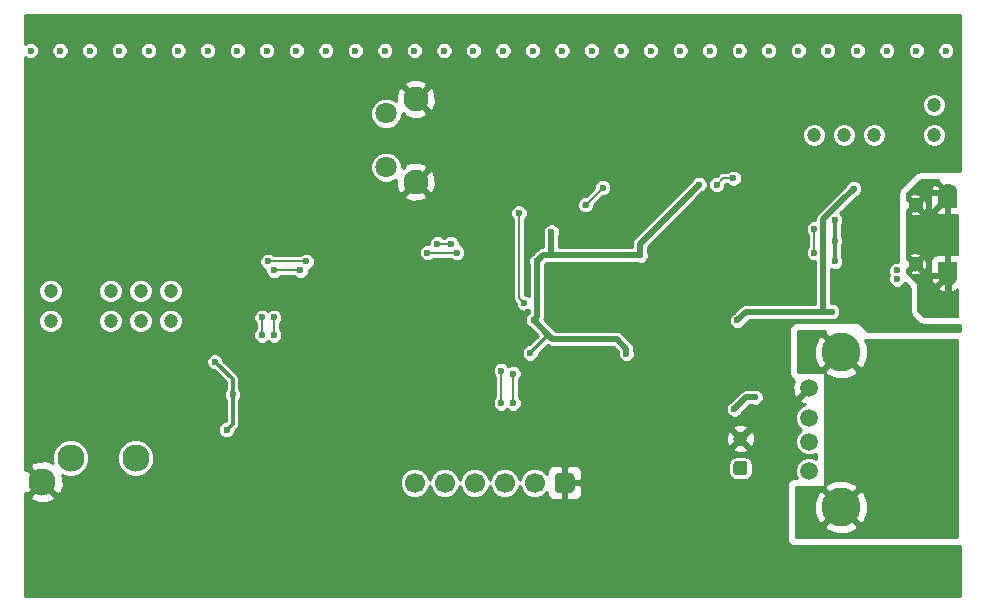
<source format=gbl>
G04 #@! TF.GenerationSoftware,KiCad,Pcbnew,(5.0.0)*
G04 #@! TF.CreationDate,2018-08-10T21:54:07-04:00*
G04 #@! TF.ProjectId,scope-footswitch,73636F70652D666F6F74737769746368,1*
G04 #@! TF.SameCoordinates,Original*
G04 #@! TF.FileFunction,Copper,L2,Bot,Signal*
G04 #@! TF.FilePolarity,Positive*
%FSLAX46Y46*%
G04 Gerber Fmt 4.6, Leading zero omitted, Abs format (unit mm)*
G04 Created by KiCad (PCBNEW (5.0.0)) date 08/10/18 21:54:07*
%MOMM*%
%LPD*%
G01*
G04 APERTURE LIST*
G04 #@! TA.AperFunction,ComponentPad*
%ADD10C,2.300000*%
G04 #@! TD*
G04 #@! TA.AperFunction,ComponentPad*
%ADD11C,1.700000*%
G04 #@! TD*
G04 #@! TA.AperFunction,Conductor*
%ADD12C,0.100000*%
G04 #@! TD*
G04 #@! TA.AperFunction,ComponentPad*
%ADD13C,1.500000*%
G04 #@! TD*
G04 #@! TA.AperFunction,ComponentPad*
%ADD14C,3.300000*%
G04 #@! TD*
G04 #@! TA.AperFunction,ComponentPad*
%ADD15C,1.200000*%
G04 #@! TD*
G04 #@! TA.AperFunction,ComponentPad*
%ADD16C,1.600000*%
G04 #@! TD*
G04 #@! TA.AperFunction,ComponentPad*
%ADD17C,1.300000*%
G04 #@! TD*
G04 #@! TA.AperFunction,ComponentPad*
%ADD18C,1.800000*%
G04 #@! TD*
G04 #@! TA.AperFunction,ComponentPad*
%ADD19C,2.100000*%
G04 #@! TD*
G04 #@! TA.AperFunction,ViaPad*
%ADD20C,0.600000*%
G04 #@! TD*
G04 #@! TA.AperFunction,Conductor*
%ADD21C,0.300000*%
G04 #@! TD*
G04 #@! TA.AperFunction,Conductor*
%ADD22C,0.500000*%
G04 #@! TD*
G04 #@! TA.AperFunction,Conductor*
%ADD23C,0.160000*%
G04 #@! TD*
G04 #@! TA.AperFunction,Conductor*
%ADD24C,0.600000*%
G04 #@! TD*
G04 #@! TA.AperFunction,Conductor*
%ADD25C,0.254000*%
G04 #@! TD*
G04 APERTURE END LIST*
D10*
G04 #@! TO.P,J1,3*
G04 #@! TO.N,Net-(J1-Pad3)*
X118400000Y-107100000D03*
G04 #@! TO.P,J1,2*
G04 #@! TO.N,Net-(J1-Pad2)*
X112900000Y-107100000D03*
G04 #@! TO.P,J1,1*
G04 #@! TO.N,GND*
X110500000Y-109100000D03*
G04 #@! TD*
D11*
G04 #@! TO.P,P1,6*
G04 #@! TO.N,Net-(P1-Pad6)*
X142020000Y-109200000D03*
G04 #@! TO.P,P1,5*
G04 #@! TO.N,/UART_TX*
X144560000Y-109200000D03*
G04 #@! TO.P,P1,4*
G04 #@! TO.N,/UART_RX*
X147100000Y-109200000D03*
G04 #@! TO.P,P1,3*
G04 #@! TO.N,Net-(P1-Pad3)*
X149640000Y-109200000D03*
G04 #@! TO.P,P1,2*
G04 #@! TO.N,Net-(P1-Pad2)*
X152180000Y-109200000D03*
D12*
G04 #@! TD*
G04 #@! TO.N,GND*
G04 #@! TO.C,P1*
G36*
X155186657Y-108352046D02*
X155227913Y-108358166D01*
X155268371Y-108368300D01*
X155307640Y-108382351D01*
X155345344Y-108400183D01*
X155381117Y-108421625D01*
X155414617Y-108446471D01*
X155445520Y-108474480D01*
X155473529Y-108505383D01*
X155498375Y-108538883D01*
X155519817Y-108574656D01*
X155537649Y-108612360D01*
X155551700Y-108651629D01*
X155561834Y-108692087D01*
X155567954Y-108733343D01*
X155570000Y-108775000D01*
X155570000Y-109625000D01*
X155567954Y-109666657D01*
X155561834Y-109707913D01*
X155551700Y-109748371D01*
X155537649Y-109787640D01*
X155519817Y-109825344D01*
X155498375Y-109861117D01*
X155473529Y-109894617D01*
X155445520Y-109925520D01*
X155414617Y-109953529D01*
X155381117Y-109978375D01*
X155345344Y-109999817D01*
X155307640Y-110017649D01*
X155268371Y-110031700D01*
X155227913Y-110041834D01*
X155186657Y-110047954D01*
X155145000Y-110050000D01*
X154295000Y-110050000D01*
X154253343Y-110047954D01*
X154212087Y-110041834D01*
X154171629Y-110031700D01*
X154132360Y-110017649D01*
X154094656Y-109999817D01*
X154058883Y-109978375D01*
X154025383Y-109953529D01*
X153994480Y-109925520D01*
X153966471Y-109894617D01*
X153941625Y-109861117D01*
X153920183Y-109825344D01*
X153902351Y-109787640D01*
X153888300Y-109748371D01*
X153878166Y-109707913D01*
X153872046Y-109666657D01*
X153870000Y-109625000D01*
X153870000Y-108775000D01*
X153872046Y-108733343D01*
X153878166Y-108692087D01*
X153888300Y-108651629D01*
X153902351Y-108612360D01*
X153920183Y-108574656D01*
X153941625Y-108538883D01*
X153966471Y-108505383D01*
X153994480Y-108474480D01*
X154025383Y-108446471D01*
X154058883Y-108421625D01*
X154094656Y-108400183D01*
X154132360Y-108382351D01*
X154171629Y-108368300D01*
X154212087Y-108358166D01*
X154253343Y-108352046D01*
X154295000Y-108350000D01*
X155145000Y-108350000D01*
X155186657Y-108352046D01*
X155186657Y-108352046D01*
G37*
D11*
G04 #@! TO.P,P1,1*
G04 #@! TO.N,GND*
X154720000Y-109200000D03*
G04 #@! TD*
D13*
G04 #@! TO.P,J2,1*
G04 #@! TO.N,/HOST_VBUS*
X175390000Y-108200000D03*
G04 #@! TO.P,J2,2*
G04 #@! TO.N,/HOST_DM*
X175390000Y-105700000D03*
G04 #@! TO.P,J2,3*
G04 #@! TO.N,/HOST_DP*
X175390000Y-103700000D03*
G04 #@! TO.P,J2,4*
G04 #@! TO.N,GND*
X175390000Y-101200000D03*
D14*
G04 #@! TO.P,J2,M1*
G04 #@! TO.N,/HOST_SHIELD*
X178100000Y-111270000D03*
G04 #@! TO.P,J2,M2*
X178100000Y-98130000D03*
G04 #@! TD*
D12*
G04 #@! TO.N,/HOST_VBUS*
G04 #@! TO.C,C24*
G36*
X169929405Y-107351445D02*
X169958527Y-107355764D01*
X169987085Y-107362918D01*
X170014805Y-107372836D01*
X170041419Y-107385424D01*
X170066671Y-107400559D01*
X170090318Y-107418097D01*
X170112132Y-107437868D01*
X170131903Y-107459682D01*
X170149441Y-107483329D01*
X170164576Y-107508581D01*
X170177164Y-107535195D01*
X170187082Y-107562915D01*
X170194236Y-107591473D01*
X170198555Y-107620595D01*
X170200000Y-107650000D01*
X170200000Y-108250000D01*
X170198555Y-108279405D01*
X170194236Y-108308527D01*
X170187082Y-108337085D01*
X170177164Y-108364805D01*
X170164576Y-108391419D01*
X170149441Y-108416671D01*
X170131903Y-108440318D01*
X170112132Y-108462132D01*
X170090318Y-108481903D01*
X170066671Y-108499441D01*
X170041419Y-108514576D01*
X170014805Y-108527164D01*
X169987085Y-108537082D01*
X169958527Y-108544236D01*
X169929405Y-108548555D01*
X169900000Y-108550000D01*
X169300000Y-108550000D01*
X169270595Y-108548555D01*
X169241473Y-108544236D01*
X169212915Y-108537082D01*
X169185195Y-108527164D01*
X169158581Y-108514576D01*
X169133329Y-108499441D01*
X169109682Y-108481903D01*
X169087868Y-108462132D01*
X169068097Y-108440318D01*
X169050559Y-108416671D01*
X169035424Y-108391419D01*
X169022836Y-108364805D01*
X169012918Y-108337085D01*
X169005764Y-108308527D01*
X169001445Y-108279405D01*
X169000000Y-108250000D01*
X169000000Y-107650000D01*
X169001445Y-107620595D01*
X169005764Y-107591473D01*
X169012918Y-107562915D01*
X169022836Y-107535195D01*
X169035424Y-107508581D01*
X169050559Y-107483329D01*
X169068097Y-107459682D01*
X169087868Y-107437868D01*
X169109682Y-107418097D01*
X169133329Y-107400559D01*
X169158581Y-107385424D01*
X169185195Y-107372836D01*
X169212915Y-107362918D01*
X169241473Y-107355764D01*
X169270595Y-107351445D01*
X169300000Y-107350000D01*
X169900000Y-107350000D01*
X169929405Y-107351445D01*
X169929405Y-107351445D01*
G37*
D15*
G04 #@! TD*
G04 #@! TO.P,C24,+*
G04 #@! TO.N,/HOST_VBUS*
X169600000Y-107950000D03*
G04 #@! TO.P,C24,-*
G04 #@! TO.N,GND*
X169600000Y-105450000D03*
G04 #@! TD*
D16*
G04 #@! TO.P,J3,M1*
G04 #@! TO.N,/DEVICE_SHIELD*
X187159000Y-91700000D03*
D12*
G04 #@! TD*
G04 #@! TO.N,/DEVICE_SHIELD*
G04 #@! TO.C,J3*
G36*
X187959000Y-90500000D02*
X187959000Y-91700000D01*
X187958036Y-91700000D01*
X187958036Y-91739254D01*
X187950341Y-91817384D01*
X187935025Y-91894384D01*
X187912235Y-91969512D01*
X187882191Y-92042044D01*
X187845183Y-92111282D01*
X187801566Y-92176559D01*
X187751761Y-92237247D01*
X187696247Y-92292761D01*
X187635559Y-92342566D01*
X187570282Y-92386183D01*
X187501044Y-92423191D01*
X187428512Y-92453235D01*
X187353384Y-92476025D01*
X187276384Y-92491341D01*
X187198254Y-92499036D01*
X187119746Y-92499036D01*
X187041616Y-92491341D01*
X186964616Y-92476025D01*
X186889488Y-92453235D01*
X186816956Y-92423191D01*
X186747718Y-92386183D01*
X186682441Y-92342566D01*
X186621753Y-92292761D01*
X186566239Y-92237247D01*
X186516434Y-92176559D01*
X186472817Y-92111282D01*
X186435809Y-92042044D01*
X186405765Y-91969512D01*
X186382975Y-91894384D01*
X186367659Y-91817384D01*
X186359964Y-91739254D01*
X186359964Y-91700000D01*
X186359000Y-91700000D01*
X186359000Y-90500000D01*
X187959000Y-90500000D01*
X187959000Y-90500000D01*
G37*
D17*
G04 #@! TO.P,J3,M3*
G04 #@! TO.N,/DEVICE_SHIELD*
X184459000Y-90700000D03*
G04 #@! TO.P,J3,M4*
X184459000Y-85700000D03*
D16*
G04 #@! TO.P,J3,M2*
X187159000Y-84700000D03*
D12*
G04 #@! TD*
G04 #@! TO.N,/DEVICE_SHIELD*
G04 #@! TO.C,J3*
G36*
X186359000Y-85900000D02*
X186359000Y-84700000D01*
X186359964Y-84700000D01*
X186359964Y-84660746D01*
X186367659Y-84582616D01*
X186382975Y-84505616D01*
X186405765Y-84430488D01*
X186435809Y-84357956D01*
X186472817Y-84288718D01*
X186516434Y-84223441D01*
X186566239Y-84162753D01*
X186621753Y-84107239D01*
X186682441Y-84057434D01*
X186747718Y-84013817D01*
X186816956Y-83976809D01*
X186889488Y-83946765D01*
X186964616Y-83923975D01*
X187041616Y-83908659D01*
X187119746Y-83900964D01*
X187198254Y-83900964D01*
X187276384Y-83908659D01*
X187353384Y-83923975D01*
X187428512Y-83946765D01*
X187501044Y-83976809D01*
X187570282Y-84013817D01*
X187635559Y-84057434D01*
X187696247Y-84107239D01*
X187751761Y-84162753D01*
X187801566Y-84223441D01*
X187845183Y-84288718D01*
X187882191Y-84357956D01*
X187912235Y-84430488D01*
X187935025Y-84505616D01*
X187950341Y-84582616D01*
X187958036Y-84660746D01*
X187958036Y-84700000D01*
X187959000Y-84700000D01*
X187959000Y-85900000D01*
X186359000Y-85900000D01*
X186359000Y-85900000D01*
G37*
D15*
G04 #@! TO.P,SW3,1*
G04 #@! TO.N,Net-(SW3-Pad1)*
X121360000Y-95470000D03*
G04 #@! TO.P,SW3,2*
G04 #@! TO.N,+3V3*
X118820000Y-95470000D03*
G04 #@! TO.P,SW3,3*
G04 #@! TO.N,/MODE_R*
X116280000Y-95470000D03*
G04 #@! TO.P,SW3,4*
G04 #@! TO.N,Net-(R29-Pad1)*
X121360000Y-92930000D03*
G04 #@! TO.P,SW3,5*
G04 #@! TO.N,+3V3*
X118820000Y-92930000D03*
G04 #@! TO.P,SW3,6*
G04 #@! TO.N,Net-(R31-Pad1)*
X116280000Y-92930000D03*
G04 #@! TO.P,SW3,M1*
G04 #@! TO.N,Net-(SW3-PadM1)*
X111200000Y-95470000D03*
G04 #@! TO.P,SW3,M2*
G04 #@! TO.N,Net-(SW3-PadM2)*
X111200000Y-92930000D03*
G04 #@! TD*
G04 #@! TO.P,SW1,4*
G04 #@! TO.N,/EN_DEVICE_5V*
X175840000Y-79740000D03*
G04 #@! TO.P,SW1,5*
G04 #@! TO.N,VBUS*
X178380000Y-79740000D03*
G04 #@! TO.P,SW1,6*
G04 #@! TO.N,/EN_HOST_5V*
X180920000Y-79740000D03*
G04 #@! TO.P,SW1,M1*
G04 #@! TO.N,Net-(SW1-PadM1)*
X186000000Y-77200000D03*
G04 #@! TO.P,SW1,M2*
G04 #@! TO.N,Net-(SW1-PadM2)*
X186000000Y-79740000D03*
G04 #@! TD*
D18*
G04 #@! TO.P,SW2,1*
G04 #@! TO.N,+3V3*
X139600000Y-77925000D03*
G04 #@! TO.P,SW2,2*
G04 #@! TO.N,/BTN_R*
X139600000Y-82475000D03*
D19*
G04 #@! TO.P,SW2,M1*
G04 #@! TO.N,GND*
X142100000Y-76700000D03*
G04 #@! TO.P,SW2,M2*
X142100000Y-83700000D03*
G04 #@! TD*
D20*
G04 #@! TO.N,*
X109500000Y-72600000D03*
X112000000Y-72600000D03*
X114500000Y-72600000D03*
X117000000Y-72600000D03*
X119500000Y-72600000D03*
X122000000Y-72600000D03*
X124500000Y-72600000D03*
X127000000Y-72600000D03*
X129500000Y-72600000D03*
X132000000Y-72600000D03*
X134500000Y-72600000D03*
X137000000Y-72600000D03*
X139500000Y-72600000D03*
X142000000Y-72600000D03*
X144500000Y-72600000D03*
X147000000Y-72600000D03*
X149500000Y-72600000D03*
X152000000Y-72600000D03*
X154500000Y-72600000D03*
X157000000Y-72600000D03*
X159500000Y-72600000D03*
X162000000Y-72600000D03*
X164500000Y-72600000D03*
X167000000Y-72600000D03*
X169500000Y-72600000D03*
X172000000Y-72600000D03*
X174500000Y-72600000D03*
X177000000Y-72600000D03*
X179500000Y-72600000D03*
X182000000Y-72600000D03*
X184500000Y-72600000D03*
X187000000Y-72600000D03*
G04 #@! TO.N,+3V3*
X161100000Y-89950000D03*
X166100000Y-83950000D03*
X126600000Y-101700000D03*
X125100000Y-98950000D03*
X126100000Y-104700000D03*
X152100000Y-95410000D03*
X152350000Y-90450000D03*
X153600000Y-87950000D03*
X151800000Y-98200000D03*
X159950000Y-98250000D03*
G04 #@! TO.N,GND*
X182850000Y-86450000D03*
X172350000Y-91450000D03*
X165350000Y-93950000D03*
X170850000Y-96950000D03*
X166850000Y-87200000D03*
X168100000Y-87200000D03*
X165600000Y-87200000D03*
X184350000Y-95700000D03*
X182350000Y-95700000D03*
X182600000Y-93200000D03*
X175100000Y-93200000D03*
X182543664Y-88643664D03*
X172850000Y-83700000D03*
X165100000Y-79200000D03*
X129850000Y-83450000D03*
X127850000Y-79700000D03*
X163600000Y-103950000D03*
X163600000Y-76200000D03*
X162850000Y-82450000D03*
X161350000Y-91410000D03*
X155100000Y-75700000D03*
X153850000Y-75700000D03*
X151350000Y-75700000D03*
X133600000Y-83810000D03*
X132350000Y-83810000D03*
X136350000Y-95950000D03*
X129850000Y-88950000D03*
X127850000Y-88950000D03*
X143850000Y-95200000D03*
X123600000Y-76950000D03*
X161350000Y-109450000D03*
X121600000Y-101700000D03*
X129600000Y-104950000D03*
X129600000Y-98200000D03*
X118600000Y-84700000D03*
X121600000Y-87200000D03*
X113350000Y-84700000D03*
X147350000Y-89700000D03*
X145600000Y-88200000D03*
X151600000Y-94700000D03*
X154850000Y-87950000D03*
X152100000Y-88450000D03*
X159100000Y-98300000D03*
X160450000Y-101700000D03*
X164600000Y-91200000D03*
X168150000Y-98850000D03*
X142100000Y-89500000D03*
X147050000Y-84700000D03*
X181000000Y-86200000D03*
X171150000Y-111650000D03*
X171150000Y-112750000D03*
X153950000Y-85650000D03*
X180750000Y-85000000D03*
X180759235Y-83759363D03*
X121850000Y-98950000D03*
X149640000Y-94700000D03*
X124100000Y-88700000D03*
X157800000Y-92750000D03*
X155900000Y-94650000D03*
X157800000Y-94650000D03*
X155900000Y-92750000D03*
X109500000Y-115600000D03*
X112000000Y-115600000D03*
X114500000Y-115600000D03*
X117000000Y-115600000D03*
X119500000Y-115600000D03*
X122000000Y-115600000D03*
X124500000Y-115600000D03*
X127000000Y-115600000D03*
X129500000Y-115600000D03*
X132000000Y-115600000D03*
X134500000Y-115600000D03*
X137000000Y-115600000D03*
X139500000Y-115600000D03*
X142000000Y-115600000D03*
X144500000Y-115600000D03*
X147000000Y-115600000D03*
X149500000Y-115600000D03*
X152000000Y-115600000D03*
X154500000Y-115600000D03*
X157000000Y-115600000D03*
X159500000Y-115600000D03*
X162000000Y-115600000D03*
X164500000Y-115600000D03*
X167000000Y-115600000D03*
X169500000Y-115600000D03*
X172000000Y-115600000D03*
X174500000Y-115600000D03*
X177000000Y-115600000D03*
X179500000Y-115600000D03*
X182000000Y-115600000D03*
X184500000Y-115600000D03*
X187000000Y-115600000D03*
G04 #@! TO.N,VBUS*
X177600000Y-88700000D03*
X182850000Y-91200000D03*
X182850000Y-91950000D03*
X177600000Y-90450000D03*
X177600000Y-86950000D03*
G04 #@! TO.N,/HOST_VBUS*
X170850000Y-101950000D03*
X169100000Y-102950000D03*
G04 #@! TO.N,/EN_DEVICE*
X156500000Y-85650000D03*
X157950000Y-84200000D03*
X169000000Y-83400000D03*
X167600000Y-83950000D03*
G04 #@! TO.N,/NRST*
X150850000Y-86339990D03*
X151300000Y-93990000D03*
G04 #@! TO.N,+5V*
X177350000Y-94700000D03*
X176600000Y-94700000D03*
X169350000Y-95450000D03*
X179200000Y-84300000D03*
G04 #@! TO.N,/LED_DATA_LS*
X132350000Y-91200000D03*
X130100000Y-91200000D03*
G04 #@! TO.N,/I2C_SCL*
X145100000Y-88950000D03*
X143950000Y-88950000D03*
G04 #@! TO.N,/I2C_SDA*
X145600000Y-89700000D03*
X143100000Y-89700000D03*
G04 #@! TO.N,/MODE*
X129600000Y-90450000D03*
X132850000Y-90450000D03*
G04 #@! TO.N,/MODE_LED_R*
X130100000Y-96700000D03*
X130100000Y-95200000D03*
G04 #@! TO.N,/UART_RX*
X150350000Y-99950000D03*
X150350000Y-102450000D03*
G04 #@! TO.N,/MODE_LED_G*
X129100000Y-96700000D03*
X129100000Y-95200000D03*
G04 #@! TO.N,/UART_TX*
X149350000Y-102450000D03*
X149350000Y-99700000D03*
G04 #@! TO.N,/PWR_EN*
X175850000Y-87700000D03*
X175850000Y-89700000D03*
G04 #@! TD*
D21*
G04 #@! TO.N,+3V3*
X126600000Y-100450000D02*
X125100000Y-98950000D01*
X126600000Y-101700000D02*
X126600000Y-100450000D01*
X126600000Y-104200000D02*
X126600000Y-101700000D01*
X126100000Y-104700000D02*
X126600000Y-104200000D01*
D22*
X166100000Y-83950000D02*
X161100000Y-88950000D01*
X161100000Y-88950000D02*
X161100000Y-89450000D01*
X161100000Y-89450000D02*
X161100000Y-89950000D01*
X152850000Y-89950000D02*
X152350000Y-90450000D01*
X153600000Y-87950000D02*
X153600000Y-89950000D01*
X161100000Y-89950000D02*
X153600000Y-89950000D01*
X153600000Y-89950000D02*
X152850000Y-89950000D01*
D21*
X153600000Y-97000000D02*
X153690000Y-97000000D01*
D22*
X159124264Y-97000000D02*
X153690000Y-97000000D01*
X159950000Y-97825736D02*
X159124264Y-97000000D01*
X159950000Y-98250000D02*
X159950000Y-97825736D01*
X152350000Y-95160000D02*
X152100000Y-95410000D01*
X152350000Y-90450000D02*
X152350000Y-95160000D01*
D21*
X153340000Y-96660000D02*
X153350000Y-96660000D01*
X151800000Y-98200000D02*
X153340000Y-96660000D01*
D22*
X153690000Y-97000000D02*
X153350000Y-96660000D01*
X153350000Y-96660000D02*
X152100000Y-95410000D01*
D21*
G04 #@! TO.N,VBUS*
X177600000Y-88700000D02*
X177600000Y-90450000D01*
X177600000Y-86950000D02*
X177600000Y-88700000D01*
D22*
G04 #@! TO.N,/HOST_VBUS*
X170850000Y-101950000D02*
X170100000Y-101950000D01*
X170100000Y-101950000D02*
X169100000Y-102950000D01*
D23*
G04 #@! TO.N,/EN_DEVICE*
X156260000Y-85650000D02*
X156250000Y-85660000D01*
X156500000Y-85650000D02*
X157950000Y-84200000D01*
X168150000Y-83400000D02*
X167600000Y-83950000D01*
X169000000Y-83400000D02*
X168150000Y-83400000D01*
G04 #@! TO.N,/NRST*
X150850000Y-86450000D02*
X150850000Y-86339990D01*
X150850000Y-93540000D02*
X150850000Y-90700000D01*
X151300000Y-93990000D02*
X150850000Y-93540000D01*
X150850000Y-92740000D02*
X150850000Y-90700000D01*
X150850000Y-90700000D02*
X150850000Y-86450000D01*
D22*
G04 #@! TO.N,+5V*
X177350000Y-94700000D02*
X170100000Y-94700000D01*
X170100000Y-94700000D02*
X169350000Y-95450000D01*
X178299198Y-85200000D02*
X179200000Y-84300000D01*
X176600000Y-94700000D02*
X176600000Y-86899198D01*
X176600000Y-86899198D02*
X178299198Y-85200000D01*
D23*
G04 #@! TO.N,/LED_DATA_LS*
X132350000Y-91200000D02*
X130100000Y-91200000D01*
G04 #@! TO.N,/I2C_SCL*
X145100000Y-88950000D02*
X143950000Y-88950000D01*
G04 #@! TO.N,/I2C_SDA*
X145600000Y-89700000D02*
X143100000Y-89700000D01*
G04 #@! TO.N,/MODE*
X130850000Y-90450000D02*
X132600000Y-90450000D01*
X130850000Y-90450000D02*
X129600000Y-90450000D01*
G04 #@! TO.N,/MODE_LED_R*
X130100000Y-96700000D02*
X130100000Y-95200000D01*
G04 #@! TO.N,/UART_RX*
X150350000Y-102450000D02*
X150350000Y-99950000D01*
G04 #@! TO.N,/MODE_LED_G*
X129100000Y-96700000D02*
X129100000Y-95200000D01*
G04 #@! TO.N,/UART_TX*
X149350000Y-102450000D02*
X149350000Y-99700000D01*
G04 #@! TO.N,/PWR_EN*
X175850000Y-89700000D02*
X175850000Y-87700000D01*
D22*
G04 #@! TO.N,/DEVICE_SHIELD*
X187159000Y-91700000D02*
X187159000Y-84700000D01*
D24*
X187159000Y-91700000D02*
X187159000Y-93891000D01*
D22*
X187159000Y-91700000D02*
X185909000Y-92950000D01*
X187159000Y-91700000D02*
X185600000Y-91700000D01*
X187159000Y-84700000D02*
X186159000Y-83700000D01*
X187159000Y-84700000D02*
X185350000Y-84700000D01*
X186600000Y-85700000D02*
X185350000Y-86950000D01*
D23*
X187159000Y-84700000D02*
X186850000Y-85450000D01*
X186850000Y-85450000D02*
X186600000Y-85700000D01*
G04 #@! TD*
D25*
G04 #@! TO.N,/HOST_SHIELD*
G36*
X176657291Y-96507686D02*
X178100000Y-97950395D01*
X178114143Y-97936253D01*
X178293748Y-98115858D01*
X178279605Y-98130000D01*
X179722314Y-99572709D01*
X180056666Y-99394621D01*
X180391673Y-98549574D01*
X180377794Y-97640650D01*
X180144322Y-97077000D01*
X187964500Y-97077000D01*
X187964500Y-113823000D01*
X174267970Y-113823000D01*
X174267970Y-112892314D01*
X176657291Y-112892314D01*
X176835379Y-113226666D01*
X177680426Y-113561673D01*
X178589350Y-113547794D01*
X179364621Y-113226666D01*
X179542709Y-112892314D01*
X178100000Y-111449605D01*
X176657291Y-112892314D01*
X174267970Y-112892314D01*
X174267970Y-110850426D01*
X175808327Y-110850426D01*
X175822206Y-111759350D01*
X176143334Y-112534621D01*
X176477686Y-112712709D01*
X177920395Y-111270000D01*
X178279605Y-111270000D01*
X179722314Y-112712709D01*
X180056666Y-112534621D01*
X180391673Y-111689574D01*
X180377794Y-110780650D01*
X180056666Y-110005379D01*
X179722314Y-109827291D01*
X178279605Y-111270000D01*
X177920395Y-111270000D01*
X176477686Y-109827291D01*
X176143334Y-110005379D01*
X175808327Y-110850426D01*
X174267970Y-110850426D01*
X174267970Y-109647686D01*
X176657291Y-109647686D01*
X178100000Y-111090395D01*
X179542709Y-109647686D01*
X179364621Y-109313334D01*
X178519574Y-108978327D01*
X177610650Y-108992206D01*
X176835379Y-109313334D01*
X176657291Y-109647686D01*
X174267970Y-109647686D01*
X174267970Y-109577000D01*
X175095192Y-109577000D01*
X175114506Y-109585000D01*
X175665494Y-109585000D01*
X175684808Y-109577000D01*
X176600000Y-109577000D01*
X176648601Y-109567333D01*
X176689803Y-109539803D01*
X176717333Y-109498601D01*
X176727000Y-109450000D01*
X176727000Y-108591377D01*
X176775000Y-108475494D01*
X176775000Y-107924506D01*
X176727000Y-107808623D01*
X176727000Y-106091377D01*
X176775000Y-105975494D01*
X176775000Y-105424506D01*
X176727000Y-105308623D01*
X176727000Y-104091377D01*
X176775000Y-103975494D01*
X176775000Y-103424506D01*
X176727000Y-103308623D01*
X176727000Y-101591377D01*
X176775000Y-101475494D01*
X176775000Y-100924506D01*
X176727000Y-100808623D01*
X176727000Y-99950000D01*
X176717333Y-99901399D01*
X176689803Y-99860197D01*
X176648601Y-99832667D01*
X176600000Y-99823000D01*
X175684808Y-99823000D01*
X175665494Y-99815000D01*
X175114506Y-99815000D01*
X175095192Y-99823000D01*
X174517970Y-99823000D01*
X174517970Y-99752314D01*
X176657291Y-99752314D01*
X176835379Y-100086666D01*
X177680426Y-100421673D01*
X178589350Y-100407794D01*
X179364621Y-100086666D01*
X179542709Y-99752314D01*
X178100000Y-98309605D01*
X176657291Y-99752314D01*
X174517970Y-99752314D01*
X174517970Y-97710426D01*
X175808327Y-97710426D01*
X175822206Y-98619350D01*
X176143334Y-99394621D01*
X176477686Y-99572709D01*
X177920395Y-98130000D01*
X176477686Y-96687291D01*
X176143334Y-96865379D01*
X175808327Y-97710426D01*
X174517970Y-97710426D01*
X174517970Y-96327000D01*
X176753531Y-96327000D01*
X176657291Y-96507686D01*
X176657291Y-96507686D01*
G37*
X176657291Y-96507686D02*
X178100000Y-97950395D01*
X178114143Y-97936253D01*
X178293748Y-98115858D01*
X178279605Y-98130000D01*
X179722314Y-99572709D01*
X180056666Y-99394621D01*
X180391673Y-98549574D01*
X180377794Y-97640650D01*
X180144322Y-97077000D01*
X187964500Y-97077000D01*
X187964500Y-113823000D01*
X174267970Y-113823000D01*
X174267970Y-112892314D01*
X176657291Y-112892314D01*
X176835379Y-113226666D01*
X177680426Y-113561673D01*
X178589350Y-113547794D01*
X179364621Y-113226666D01*
X179542709Y-112892314D01*
X178100000Y-111449605D01*
X176657291Y-112892314D01*
X174267970Y-112892314D01*
X174267970Y-110850426D01*
X175808327Y-110850426D01*
X175822206Y-111759350D01*
X176143334Y-112534621D01*
X176477686Y-112712709D01*
X177920395Y-111270000D01*
X178279605Y-111270000D01*
X179722314Y-112712709D01*
X180056666Y-112534621D01*
X180391673Y-111689574D01*
X180377794Y-110780650D01*
X180056666Y-110005379D01*
X179722314Y-109827291D01*
X178279605Y-111270000D01*
X177920395Y-111270000D01*
X176477686Y-109827291D01*
X176143334Y-110005379D01*
X175808327Y-110850426D01*
X174267970Y-110850426D01*
X174267970Y-109647686D01*
X176657291Y-109647686D01*
X178100000Y-111090395D01*
X179542709Y-109647686D01*
X179364621Y-109313334D01*
X178519574Y-108978327D01*
X177610650Y-108992206D01*
X176835379Y-109313334D01*
X176657291Y-109647686D01*
X174267970Y-109647686D01*
X174267970Y-109577000D01*
X175095192Y-109577000D01*
X175114506Y-109585000D01*
X175665494Y-109585000D01*
X175684808Y-109577000D01*
X176600000Y-109577000D01*
X176648601Y-109567333D01*
X176689803Y-109539803D01*
X176717333Y-109498601D01*
X176727000Y-109450000D01*
X176727000Y-108591377D01*
X176775000Y-108475494D01*
X176775000Y-107924506D01*
X176727000Y-107808623D01*
X176727000Y-106091377D01*
X176775000Y-105975494D01*
X176775000Y-105424506D01*
X176727000Y-105308623D01*
X176727000Y-104091377D01*
X176775000Y-103975494D01*
X176775000Y-103424506D01*
X176727000Y-103308623D01*
X176727000Y-101591377D01*
X176775000Y-101475494D01*
X176775000Y-100924506D01*
X176727000Y-100808623D01*
X176727000Y-99950000D01*
X176717333Y-99901399D01*
X176689803Y-99860197D01*
X176648601Y-99832667D01*
X176600000Y-99823000D01*
X175684808Y-99823000D01*
X175665494Y-99815000D01*
X175114506Y-99815000D01*
X175095192Y-99823000D01*
X174517970Y-99823000D01*
X174517970Y-99752314D01*
X176657291Y-99752314D01*
X176835379Y-100086666D01*
X177680426Y-100421673D01*
X178589350Y-100407794D01*
X179364621Y-100086666D01*
X179542709Y-99752314D01*
X178100000Y-98309605D01*
X176657291Y-99752314D01*
X174517970Y-99752314D01*
X174517970Y-97710426D01*
X175808327Y-97710426D01*
X175822206Y-98619350D01*
X176143334Y-99394621D01*
X176477686Y-99572709D01*
X177920395Y-98130000D01*
X176477686Y-96687291D01*
X176143334Y-96865379D01*
X175808327Y-97710426D01*
X174517970Y-97710426D01*
X174517970Y-96327000D01*
X176753531Y-96327000D01*
X176657291Y-96507686D01*
D23*
G04 #@! TO.N,/DEVICE_SHIELD*
G36*
X186323230Y-83590322D02*
X186233694Y-83663801D01*
X186122801Y-83774694D01*
X186049322Y-83864230D01*
X185962193Y-83994628D01*
X185907593Y-84096776D01*
X185847578Y-84241665D01*
X185813956Y-84352502D01*
X185783360Y-84506316D01*
X185772007Y-84621586D01*
X185772007Y-84660890D01*
X185768155Y-84700000D01*
X185768155Y-85900000D01*
X185779508Y-86015268D01*
X185813130Y-86126107D01*
X185867730Y-86228256D01*
X185941209Y-86317791D01*
X186030744Y-86391270D01*
X186132893Y-86445870D01*
X186243732Y-86479492D01*
X186359000Y-86490845D01*
X187959000Y-86490845D01*
X188011501Y-86485674D01*
X188011501Y-89914326D01*
X187959000Y-89909155D01*
X186359000Y-89909155D01*
X186243732Y-89920508D01*
X186132893Y-89954130D01*
X186030744Y-90008730D01*
X185941209Y-90082209D01*
X185867730Y-90171744D01*
X185813130Y-90273893D01*
X185779508Y-90384732D01*
X185768155Y-90500000D01*
X185768155Y-91700000D01*
X185772007Y-91739110D01*
X185772007Y-91778414D01*
X185783360Y-91893684D01*
X185813956Y-92047498D01*
X185847578Y-92158335D01*
X185907593Y-92303224D01*
X185962193Y-92405372D01*
X186049322Y-92535770D01*
X186122801Y-92625306D01*
X186233694Y-92736199D01*
X186323230Y-92809678D01*
X186453628Y-92896807D01*
X186555776Y-92951407D01*
X186700665Y-93011422D01*
X186811502Y-93045044D01*
X186965316Y-93075640D01*
X187080586Y-93086993D01*
X187237414Y-93086993D01*
X187352684Y-93075640D01*
X187506498Y-93045044D01*
X187617335Y-93011422D01*
X187762224Y-92951407D01*
X187864372Y-92896807D01*
X187994770Y-92809678D01*
X188011501Y-92795948D01*
X188011501Y-95120000D01*
X185133138Y-95120000D01*
X184680000Y-94666862D01*
X184680000Y-92450000D01*
X184678463Y-92434393D01*
X184673910Y-92419385D01*
X184666518Y-92405554D01*
X184656569Y-92393431D01*
X183706908Y-91443770D01*
X183711274Y-91421820D01*
X183983253Y-91421820D01*
X184060089Y-91545080D01*
X184232621Y-91606665D01*
X184413853Y-91633408D01*
X184596819Y-91624280D01*
X184774489Y-91579633D01*
X184857911Y-91545080D01*
X184934747Y-91421820D01*
X184459000Y-90946073D01*
X183983253Y-91421820D01*
X183711274Y-91421820D01*
X183738000Y-91287460D01*
X183738000Y-91174927D01*
X184212927Y-90700000D01*
X184705073Y-90700000D01*
X185180820Y-91175747D01*
X185304080Y-91098911D01*
X185365665Y-90926379D01*
X185392408Y-90745147D01*
X185383280Y-90562181D01*
X185338633Y-90384511D01*
X185304080Y-90301089D01*
X185180820Y-90224253D01*
X184705073Y-90700000D01*
X184212927Y-90700000D01*
X183737180Y-90224253D01*
X183680000Y-90259897D01*
X183680000Y-89978180D01*
X183983253Y-89978180D01*
X184459000Y-90453927D01*
X184934747Y-89978180D01*
X184857911Y-89854920D01*
X184685379Y-89793335D01*
X184504147Y-89766592D01*
X184321181Y-89775720D01*
X184143511Y-89820367D01*
X184060089Y-89854920D01*
X183983253Y-89978180D01*
X183680000Y-89978180D01*
X183680000Y-86766660D01*
X183703875Y-86709020D01*
X183738000Y-86537460D01*
X183738000Y-86421820D01*
X183983253Y-86421820D01*
X184060089Y-86545080D01*
X184232621Y-86606665D01*
X184413853Y-86633408D01*
X184596819Y-86624280D01*
X184774489Y-86579633D01*
X184857911Y-86545080D01*
X184934747Y-86421820D01*
X184459000Y-85946073D01*
X183983253Y-86421820D01*
X183738000Y-86421820D01*
X183738000Y-86362540D01*
X183703875Y-86190980D01*
X183683776Y-86142457D01*
X183737180Y-86175747D01*
X184212927Y-85700000D01*
X184705073Y-85700000D01*
X185180820Y-86175747D01*
X185304080Y-86098911D01*
X185365665Y-85926379D01*
X185392408Y-85745147D01*
X185383280Y-85562181D01*
X185338633Y-85384511D01*
X185304080Y-85301089D01*
X185180820Y-85224253D01*
X184705073Y-85700000D01*
X184212927Y-85700000D01*
X183737180Y-85224253D01*
X183680000Y-85259897D01*
X183680000Y-84978180D01*
X183983253Y-84978180D01*
X184459000Y-85453927D01*
X184934747Y-84978180D01*
X184857911Y-84854920D01*
X184685379Y-84793335D01*
X184504147Y-84766592D01*
X184321181Y-84775720D01*
X184143511Y-84820367D01*
X184060089Y-84854920D01*
X183983253Y-84978180D01*
X183680000Y-84978180D01*
X183680000Y-84733138D01*
X184883138Y-83530000D01*
X186413508Y-83530000D01*
X186323230Y-83590322D01*
X186323230Y-83590322D01*
G37*
X186323230Y-83590322D02*
X186233694Y-83663801D01*
X186122801Y-83774694D01*
X186049322Y-83864230D01*
X185962193Y-83994628D01*
X185907593Y-84096776D01*
X185847578Y-84241665D01*
X185813956Y-84352502D01*
X185783360Y-84506316D01*
X185772007Y-84621586D01*
X185772007Y-84660890D01*
X185768155Y-84700000D01*
X185768155Y-85900000D01*
X185779508Y-86015268D01*
X185813130Y-86126107D01*
X185867730Y-86228256D01*
X185941209Y-86317791D01*
X186030744Y-86391270D01*
X186132893Y-86445870D01*
X186243732Y-86479492D01*
X186359000Y-86490845D01*
X187959000Y-86490845D01*
X188011501Y-86485674D01*
X188011501Y-89914326D01*
X187959000Y-89909155D01*
X186359000Y-89909155D01*
X186243732Y-89920508D01*
X186132893Y-89954130D01*
X186030744Y-90008730D01*
X185941209Y-90082209D01*
X185867730Y-90171744D01*
X185813130Y-90273893D01*
X185779508Y-90384732D01*
X185768155Y-90500000D01*
X185768155Y-91700000D01*
X185772007Y-91739110D01*
X185772007Y-91778414D01*
X185783360Y-91893684D01*
X185813956Y-92047498D01*
X185847578Y-92158335D01*
X185907593Y-92303224D01*
X185962193Y-92405372D01*
X186049322Y-92535770D01*
X186122801Y-92625306D01*
X186233694Y-92736199D01*
X186323230Y-92809678D01*
X186453628Y-92896807D01*
X186555776Y-92951407D01*
X186700665Y-93011422D01*
X186811502Y-93045044D01*
X186965316Y-93075640D01*
X187080586Y-93086993D01*
X187237414Y-93086993D01*
X187352684Y-93075640D01*
X187506498Y-93045044D01*
X187617335Y-93011422D01*
X187762224Y-92951407D01*
X187864372Y-92896807D01*
X187994770Y-92809678D01*
X188011501Y-92795948D01*
X188011501Y-95120000D01*
X185133138Y-95120000D01*
X184680000Y-94666862D01*
X184680000Y-92450000D01*
X184678463Y-92434393D01*
X184673910Y-92419385D01*
X184666518Y-92405554D01*
X184656569Y-92393431D01*
X183706908Y-91443770D01*
X183711274Y-91421820D01*
X183983253Y-91421820D01*
X184060089Y-91545080D01*
X184232621Y-91606665D01*
X184413853Y-91633408D01*
X184596819Y-91624280D01*
X184774489Y-91579633D01*
X184857911Y-91545080D01*
X184934747Y-91421820D01*
X184459000Y-90946073D01*
X183983253Y-91421820D01*
X183711274Y-91421820D01*
X183738000Y-91287460D01*
X183738000Y-91174927D01*
X184212927Y-90700000D01*
X184705073Y-90700000D01*
X185180820Y-91175747D01*
X185304080Y-91098911D01*
X185365665Y-90926379D01*
X185392408Y-90745147D01*
X185383280Y-90562181D01*
X185338633Y-90384511D01*
X185304080Y-90301089D01*
X185180820Y-90224253D01*
X184705073Y-90700000D01*
X184212927Y-90700000D01*
X183737180Y-90224253D01*
X183680000Y-90259897D01*
X183680000Y-89978180D01*
X183983253Y-89978180D01*
X184459000Y-90453927D01*
X184934747Y-89978180D01*
X184857911Y-89854920D01*
X184685379Y-89793335D01*
X184504147Y-89766592D01*
X184321181Y-89775720D01*
X184143511Y-89820367D01*
X184060089Y-89854920D01*
X183983253Y-89978180D01*
X183680000Y-89978180D01*
X183680000Y-86766660D01*
X183703875Y-86709020D01*
X183738000Y-86537460D01*
X183738000Y-86421820D01*
X183983253Y-86421820D01*
X184060089Y-86545080D01*
X184232621Y-86606665D01*
X184413853Y-86633408D01*
X184596819Y-86624280D01*
X184774489Y-86579633D01*
X184857911Y-86545080D01*
X184934747Y-86421820D01*
X184459000Y-85946073D01*
X183983253Y-86421820D01*
X183738000Y-86421820D01*
X183738000Y-86362540D01*
X183703875Y-86190980D01*
X183683776Y-86142457D01*
X183737180Y-86175747D01*
X184212927Y-85700000D01*
X184705073Y-85700000D01*
X185180820Y-86175747D01*
X185304080Y-86098911D01*
X185365665Y-85926379D01*
X185392408Y-85745147D01*
X185383280Y-85562181D01*
X185338633Y-85384511D01*
X185304080Y-85301089D01*
X185180820Y-85224253D01*
X184705073Y-85700000D01*
X184212927Y-85700000D01*
X183737180Y-85224253D01*
X183680000Y-85259897D01*
X183680000Y-84978180D01*
X183983253Y-84978180D01*
X184459000Y-85453927D01*
X184934747Y-84978180D01*
X184857911Y-84854920D01*
X184685379Y-84793335D01*
X184504147Y-84766592D01*
X184321181Y-84775720D01*
X184143511Y-84820367D01*
X184060089Y-84854920D01*
X183983253Y-84978180D01*
X183680000Y-84978180D01*
X183680000Y-84733138D01*
X184883138Y-83530000D01*
X186413508Y-83530000D01*
X186323230Y-83590322D01*
D25*
G04 #@! TO.N,GND*
G36*
X188172501Y-82815000D02*
X184850000Y-82815000D01*
X184606996Y-82863336D01*
X184400987Y-83000987D01*
X183150987Y-84250987D01*
X183013336Y-84456996D01*
X182965000Y-84700000D01*
X182965000Y-90473000D01*
X182705391Y-90473000D01*
X182438187Y-90583679D01*
X182233679Y-90788187D01*
X182123000Y-91055391D01*
X182123000Y-91344609D01*
X182218431Y-91575000D01*
X182123000Y-91805391D01*
X182123000Y-92094609D01*
X182233679Y-92361813D01*
X182438187Y-92566321D01*
X182705391Y-92677000D01*
X182994609Y-92677000D01*
X183261813Y-92566321D01*
X183466321Y-92361813D01*
X183509513Y-92257539D01*
X183965000Y-92713026D01*
X183965000Y-94700000D01*
X184013336Y-94943004D01*
X184150987Y-95149013D01*
X184650987Y-95649013D01*
X184856996Y-95786664D01*
X185100000Y-95835000D01*
X188172500Y-95835000D01*
X188172500Y-96315000D01*
X180403996Y-96315000D01*
X179839983Y-95750987D01*
X179633974Y-95613336D01*
X179390970Y-95565000D01*
X174390970Y-95565000D01*
X174147966Y-95613336D01*
X173941957Y-95750987D01*
X173804306Y-95956996D01*
X173755970Y-96200000D01*
X173755970Y-99950000D01*
X173804306Y-100193004D01*
X173941957Y-100399013D01*
X174147966Y-100536664D01*
X174155448Y-100538152D01*
X173992799Y-100995171D01*
X174020770Y-101545448D01*
X174177540Y-101923923D01*
X174418483Y-101991912D01*
X175210395Y-101200000D01*
X175196253Y-101185858D01*
X175375858Y-101006253D01*
X175390000Y-101020395D01*
X175404143Y-101006253D01*
X175583748Y-101185858D01*
X175569605Y-101200000D01*
X175583748Y-101214143D01*
X175404143Y-101393748D01*
X175390000Y-101379605D01*
X174598088Y-102171517D01*
X174666077Y-102412460D01*
X175073064Y-102557303D01*
X174723283Y-102702187D01*
X174392187Y-103033283D01*
X174213000Y-103465880D01*
X174213000Y-103934120D01*
X174392187Y-104366717D01*
X174723283Y-104697813D01*
X174728563Y-104700000D01*
X174723283Y-104702187D01*
X174392187Y-105033283D01*
X174213000Y-105465880D01*
X174213000Y-105934120D01*
X174392187Y-106366717D01*
X174723283Y-106697813D01*
X175155880Y-106877000D01*
X175624120Y-106877000D01*
X175965000Y-106735803D01*
X175965000Y-107164197D01*
X175624120Y-107023000D01*
X175155880Y-107023000D01*
X174723283Y-107202187D01*
X174392187Y-107533283D01*
X174213000Y-107965880D01*
X174213000Y-108434120D01*
X174370765Y-108815000D01*
X174140970Y-108815000D01*
X173897966Y-108863336D01*
X173691957Y-109000987D01*
X173554306Y-109206996D01*
X173505970Y-109450000D01*
X173505970Y-113950000D01*
X173554306Y-114193004D01*
X173691957Y-114399013D01*
X173897966Y-114536664D01*
X174140970Y-114585000D01*
X188172500Y-114585000D01*
X188172500Y-118772500D01*
X109027500Y-118772500D01*
X109027500Y-110361025D01*
X109418581Y-110361025D01*
X109535601Y-110643446D01*
X110199663Y-110895018D01*
X110909448Y-110873314D01*
X111464399Y-110643446D01*
X111581419Y-110361025D01*
X110500000Y-109279605D01*
X109418581Y-110361025D01*
X109027500Y-110361025D01*
X109027500Y-110093795D01*
X109238975Y-110181419D01*
X110320395Y-109100000D01*
X109238975Y-108018581D01*
X109027500Y-108106205D01*
X109027500Y-107838975D01*
X109418581Y-107838975D01*
X110500000Y-108920395D01*
X110514142Y-108906252D01*
X110693748Y-109085858D01*
X110679605Y-109100000D01*
X111761025Y-110181419D01*
X112043446Y-110064399D01*
X112295018Y-109400337D01*
X112281125Y-108945989D01*
X140743000Y-108945989D01*
X140743000Y-109454011D01*
X140937412Y-109923362D01*
X141296638Y-110282588D01*
X141765989Y-110477000D01*
X142274011Y-110477000D01*
X142743362Y-110282588D01*
X143102588Y-109923362D01*
X143290000Y-109470910D01*
X143477412Y-109923362D01*
X143836638Y-110282588D01*
X144305989Y-110477000D01*
X144814011Y-110477000D01*
X145283362Y-110282588D01*
X145642588Y-109923362D01*
X145830000Y-109470910D01*
X146017412Y-109923362D01*
X146376638Y-110282588D01*
X146845989Y-110477000D01*
X147354011Y-110477000D01*
X147823362Y-110282588D01*
X148182588Y-109923362D01*
X148370000Y-109470910D01*
X148557412Y-109923362D01*
X148916638Y-110282588D01*
X149385989Y-110477000D01*
X149894011Y-110477000D01*
X150363362Y-110282588D01*
X150722588Y-109923362D01*
X150910000Y-109470910D01*
X151097412Y-109923362D01*
X151456638Y-110282588D01*
X151925989Y-110477000D01*
X152434011Y-110477000D01*
X152903362Y-110282588D01*
X153235000Y-109950950D01*
X153235000Y-110176309D01*
X153331673Y-110409698D01*
X153510301Y-110588327D01*
X153743690Y-110685000D01*
X154434250Y-110685000D01*
X154593000Y-110526250D01*
X154593000Y-109327000D01*
X154847000Y-109327000D01*
X154847000Y-110526250D01*
X155005750Y-110685000D01*
X155696310Y-110685000D01*
X155929699Y-110588327D01*
X156108327Y-110409698D01*
X156205000Y-110176309D01*
X156205000Y-109485750D01*
X156046250Y-109327000D01*
X154847000Y-109327000D01*
X154593000Y-109327000D01*
X154573000Y-109327000D01*
X154573000Y-109073000D01*
X154593000Y-109073000D01*
X154593000Y-107873750D01*
X154847000Y-107873750D01*
X154847000Y-109073000D01*
X156046250Y-109073000D01*
X156205000Y-108914250D01*
X156205000Y-108223691D01*
X156108327Y-107990302D01*
X155929699Y-107811673D01*
X155696310Y-107715000D01*
X155005750Y-107715000D01*
X154847000Y-107873750D01*
X154593000Y-107873750D01*
X154434250Y-107715000D01*
X153743690Y-107715000D01*
X153510301Y-107811673D01*
X153331673Y-107990302D01*
X153235000Y-108223691D01*
X153235000Y-108449050D01*
X152903362Y-108117412D01*
X152434011Y-107923000D01*
X151925989Y-107923000D01*
X151456638Y-108117412D01*
X151097412Y-108476638D01*
X150910000Y-108929090D01*
X150722588Y-108476638D01*
X150363362Y-108117412D01*
X149894011Y-107923000D01*
X149385989Y-107923000D01*
X148916638Y-108117412D01*
X148557412Y-108476638D01*
X148370000Y-108929090D01*
X148182588Y-108476638D01*
X147823362Y-108117412D01*
X147354011Y-107923000D01*
X146845989Y-107923000D01*
X146376638Y-108117412D01*
X146017412Y-108476638D01*
X145830000Y-108929090D01*
X145642588Y-108476638D01*
X145283362Y-108117412D01*
X144814011Y-107923000D01*
X144305989Y-107923000D01*
X143836638Y-108117412D01*
X143477412Y-108476638D01*
X143290000Y-108929090D01*
X143102588Y-108476638D01*
X142743362Y-108117412D01*
X142274011Y-107923000D01*
X141765989Y-107923000D01*
X141296638Y-108117412D01*
X140937412Y-108476638D01*
X140743000Y-108945989D01*
X112281125Y-108945989D01*
X112273314Y-108690552D01*
X112201713Y-108517693D01*
X112586315Y-108677000D01*
X113213685Y-108677000D01*
X113793299Y-108436916D01*
X114236916Y-107993299D01*
X114477000Y-107413685D01*
X114477000Y-106786315D01*
X116823000Y-106786315D01*
X116823000Y-107413685D01*
X117063084Y-107993299D01*
X117506701Y-108436916D01*
X118086315Y-108677000D01*
X118713685Y-108677000D01*
X119293299Y-108436916D01*
X119736916Y-107993299D01*
X119879115Y-107650000D01*
X168564635Y-107650000D01*
X168564635Y-108250000D01*
X168620611Y-108531412D01*
X168780018Y-108769982D01*
X169018588Y-108929389D01*
X169300000Y-108985365D01*
X169900000Y-108985365D01*
X170181412Y-108929389D01*
X170419982Y-108769982D01*
X170579389Y-108531412D01*
X170635365Y-108250000D01*
X170635365Y-107650000D01*
X170579389Y-107368588D01*
X170419982Y-107130018D01*
X170181412Y-106970611D01*
X169900000Y-106914635D01*
X169300000Y-106914635D01*
X169018588Y-106970611D01*
X168780018Y-107130018D01*
X168620611Y-107368588D01*
X168564635Y-107650000D01*
X119879115Y-107650000D01*
X119977000Y-107413685D01*
X119977000Y-106786315D01*
X119780837Y-106312735D01*
X168916870Y-106312735D01*
X168966383Y-106538164D01*
X169431036Y-106697807D01*
X169921413Y-106667482D01*
X170233617Y-106538164D01*
X170283130Y-106312735D01*
X169600000Y-105629605D01*
X168916870Y-106312735D01*
X119780837Y-106312735D01*
X119736916Y-106206701D01*
X119293299Y-105763084D01*
X118713685Y-105523000D01*
X118086315Y-105523000D01*
X117506701Y-105763084D01*
X117063084Y-106206701D01*
X116823000Y-106786315D01*
X114477000Y-106786315D01*
X114236916Y-106206701D01*
X113793299Y-105763084D01*
X113213685Y-105523000D01*
X112586315Y-105523000D01*
X112006701Y-105763084D01*
X111563084Y-106206701D01*
X111323000Y-106786315D01*
X111323000Y-107413685D01*
X111366875Y-107519608D01*
X110800337Y-107304982D01*
X110090552Y-107326686D01*
X109535601Y-107556554D01*
X109418581Y-107838975D01*
X109027500Y-107838975D01*
X109027500Y-98805391D01*
X124373000Y-98805391D01*
X124373000Y-99094609D01*
X124483679Y-99361813D01*
X124688187Y-99566321D01*
X124955391Y-99677000D01*
X125011000Y-99677000D01*
X126023001Y-100689002D01*
X126023000Y-101248866D01*
X125983679Y-101288187D01*
X125873000Y-101555391D01*
X125873000Y-101844609D01*
X125983679Y-102111813D01*
X126023001Y-102151135D01*
X126023000Y-103960999D01*
X126010999Y-103973000D01*
X125955391Y-103973000D01*
X125688187Y-104083679D01*
X125483679Y-104288187D01*
X125373000Y-104555391D01*
X125373000Y-104844609D01*
X125483679Y-105111813D01*
X125688187Y-105316321D01*
X125955391Y-105427000D01*
X126244609Y-105427000D01*
X126511813Y-105316321D01*
X126547098Y-105281036D01*
X168352193Y-105281036D01*
X168382518Y-105771413D01*
X168511836Y-106083617D01*
X168737265Y-106133130D01*
X169420395Y-105450000D01*
X169779605Y-105450000D01*
X170462735Y-106133130D01*
X170688164Y-106083617D01*
X170847807Y-105618964D01*
X170817482Y-105128587D01*
X170688164Y-104816383D01*
X170462735Y-104766870D01*
X169779605Y-105450000D01*
X169420395Y-105450000D01*
X168737265Y-104766870D01*
X168511836Y-104816383D01*
X168352193Y-105281036D01*
X126547098Y-105281036D01*
X126716321Y-105111813D01*
X126827000Y-104844609D01*
X126827000Y-104789001D01*
X126967815Y-104648186D01*
X127015994Y-104615994D01*
X127035189Y-104587265D01*
X168916870Y-104587265D01*
X169600000Y-105270395D01*
X170283130Y-104587265D01*
X170233617Y-104361836D01*
X169768964Y-104202193D01*
X169278587Y-104232518D01*
X168966383Y-104361836D01*
X168916870Y-104587265D01*
X127035189Y-104587265D01*
X127110292Y-104474866D01*
X127143522Y-104425135D01*
X127188304Y-104200000D01*
X127177000Y-104143171D01*
X127177000Y-102151134D01*
X127216321Y-102111813D01*
X127327000Y-101844609D01*
X127327000Y-101555391D01*
X127216321Y-101288187D01*
X127177000Y-101248866D01*
X127177000Y-100506827D01*
X127188304Y-100449999D01*
X127170762Y-100361813D01*
X127143522Y-100224866D01*
X127015994Y-100034006D01*
X126967815Y-100001814D01*
X126521392Y-99555391D01*
X148623000Y-99555391D01*
X148623000Y-99844609D01*
X148733679Y-100111813D01*
X148843001Y-100221135D01*
X148843000Y-101928866D01*
X148733679Y-102038187D01*
X148623000Y-102305391D01*
X148623000Y-102594609D01*
X148733679Y-102861813D01*
X148938187Y-103066321D01*
X149205391Y-103177000D01*
X149494609Y-103177000D01*
X149761813Y-103066321D01*
X149850000Y-102978134D01*
X149938187Y-103066321D01*
X150205391Y-103177000D01*
X150494609Y-103177000D01*
X150761813Y-103066321D01*
X150966321Y-102861813D01*
X150989691Y-102805391D01*
X168373000Y-102805391D01*
X168373000Y-103094609D01*
X168483679Y-103361813D01*
X168688187Y-103566321D01*
X168955391Y-103677000D01*
X169244609Y-103677000D01*
X169511813Y-103566321D01*
X169716321Y-103361813D01*
X169766322Y-103241099D01*
X170380423Y-102627000D01*
X170584680Y-102627000D01*
X170705391Y-102677000D01*
X170994609Y-102677000D01*
X171261813Y-102566321D01*
X171466321Y-102361813D01*
X171577000Y-102094609D01*
X171577000Y-101805391D01*
X171466321Y-101538187D01*
X171261813Y-101333679D01*
X170994609Y-101223000D01*
X170705391Y-101223000D01*
X170584680Y-101273000D01*
X170166678Y-101273000D01*
X170100000Y-101259737D01*
X169835847Y-101312280D01*
X169697338Y-101404829D01*
X169611910Y-101461910D01*
X169574140Y-101518437D01*
X168808901Y-102283678D01*
X168688187Y-102333679D01*
X168483679Y-102538187D01*
X168373000Y-102805391D01*
X150989691Y-102805391D01*
X151077000Y-102594609D01*
X151077000Y-102305391D01*
X150966321Y-102038187D01*
X150857000Y-101928866D01*
X150857000Y-100471134D01*
X150966321Y-100361813D01*
X151077000Y-100094609D01*
X151077000Y-99805391D01*
X150966321Y-99538187D01*
X150761813Y-99333679D01*
X150494609Y-99223000D01*
X150205391Y-99223000D01*
X149978285Y-99317070D01*
X149966321Y-99288187D01*
X149761813Y-99083679D01*
X149494609Y-98973000D01*
X149205391Y-98973000D01*
X148938187Y-99083679D01*
X148733679Y-99288187D01*
X148623000Y-99555391D01*
X126521392Y-99555391D01*
X125827000Y-98861000D01*
X125827000Y-98805391D01*
X125716321Y-98538187D01*
X125511813Y-98333679D01*
X125244609Y-98223000D01*
X124955391Y-98223000D01*
X124688187Y-98333679D01*
X124483679Y-98538187D01*
X124373000Y-98805391D01*
X109027500Y-98805391D01*
X109027500Y-95265717D01*
X110173000Y-95265717D01*
X110173000Y-95674283D01*
X110329352Y-96051749D01*
X110618251Y-96340648D01*
X110995717Y-96497000D01*
X111404283Y-96497000D01*
X111781749Y-96340648D01*
X112070648Y-96051749D01*
X112227000Y-95674283D01*
X112227000Y-95265717D01*
X115253000Y-95265717D01*
X115253000Y-95674283D01*
X115409352Y-96051749D01*
X115698251Y-96340648D01*
X116075717Y-96497000D01*
X116484283Y-96497000D01*
X116861749Y-96340648D01*
X117150648Y-96051749D01*
X117307000Y-95674283D01*
X117307000Y-95265717D01*
X117793000Y-95265717D01*
X117793000Y-95674283D01*
X117949352Y-96051749D01*
X118238251Y-96340648D01*
X118615717Y-96497000D01*
X119024283Y-96497000D01*
X119401749Y-96340648D01*
X119690648Y-96051749D01*
X119847000Y-95674283D01*
X119847000Y-95265717D01*
X120333000Y-95265717D01*
X120333000Y-95674283D01*
X120489352Y-96051749D01*
X120778251Y-96340648D01*
X121155717Y-96497000D01*
X121564283Y-96497000D01*
X121941749Y-96340648D01*
X122230648Y-96051749D01*
X122387000Y-95674283D01*
X122387000Y-95265717D01*
X122299880Y-95055391D01*
X128373000Y-95055391D01*
X128373000Y-95344609D01*
X128483679Y-95611813D01*
X128593001Y-95721135D01*
X128593000Y-96178866D01*
X128483679Y-96288187D01*
X128373000Y-96555391D01*
X128373000Y-96844609D01*
X128483679Y-97111813D01*
X128688187Y-97316321D01*
X128955391Y-97427000D01*
X129244609Y-97427000D01*
X129511813Y-97316321D01*
X129600000Y-97228134D01*
X129688187Y-97316321D01*
X129955391Y-97427000D01*
X130244609Y-97427000D01*
X130511813Y-97316321D01*
X130716321Y-97111813D01*
X130827000Y-96844609D01*
X130827000Y-96555391D01*
X130716321Y-96288187D01*
X130607000Y-96178866D01*
X130607000Y-95721134D01*
X130716321Y-95611813D01*
X130827000Y-95344609D01*
X130827000Y-95055391D01*
X130716321Y-94788187D01*
X130511813Y-94583679D01*
X130244609Y-94473000D01*
X129955391Y-94473000D01*
X129688187Y-94583679D01*
X129600000Y-94671866D01*
X129511813Y-94583679D01*
X129244609Y-94473000D01*
X128955391Y-94473000D01*
X128688187Y-94583679D01*
X128483679Y-94788187D01*
X128373000Y-95055391D01*
X122299880Y-95055391D01*
X122230648Y-94888251D01*
X121941749Y-94599352D01*
X121564283Y-94443000D01*
X121155717Y-94443000D01*
X120778251Y-94599352D01*
X120489352Y-94888251D01*
X120333000Y-95265717D01*
X119847000Y-95265717D01*
X119690648Y-94888251D01*
X119401749Y-94599352D01*
X119024283Y-94443000D01*
X118615717Y-94443000D01*
X118238251Y-94599352D01*
X117949352Y-94888251D01*
X117793000Y-95265717D01*
X117307000Y-95265717D01*
X117150648Y-94888251D01*
X116861749Y-94599352D01*
X116484283Y-94443000D01*
X116075717Y-94443000D01*
X115698251Y-94599352D01*
X115409352Y-94888251D01*
X115253000Y-95265717D01*
X112227000Y-95265717D01*
X112070648Y-94888251D01*
X111781749Y-94599352D01*
X111404283Y-94443000D01*
X110995717Y-94443000D01*
X110618251Y-94599352D01*
X110329352Y-94888251D01*
X110173000Y-95265717D01*
X109027500Y-95265717D01*
X109027500Y-92725717D01*
X110173000Y-92725717D01*
X110173000Y-93134283D01*
X110329352Y-93511749D01*
X110618251Y-93800648D01*
X110995717Y-93957000D01*
X111404283Y-93957000D01*
X111781749Y-93800648D01*
X112070648Y-93511749D01*
X112227000Y-93134283D01*
X112227000Y-92725717D01*
X115253000Y-92725717D01*
X115253000Y-93134283D01*
X115409352Y-93511749D01*
X115698251Y-93800648D01*
X116075717Y-93957000D01*
X116484283Y-93957000D01*
X116861749Y-93800648D01*
X117150648Y-93511749D01*
X117307000Y-93134283D01*
X117307000Y-92725717D01*
X117793000Y-92725717D01*
X117793000Y-93134283D01*
X117949352Y-93511749D01*
X118238251Y-93800648D01*
X118615717Y-93957000D01*
X119024283Y-93957000D01*
X119401749Y-93800648D01*
X119690648Y-93511749D01*
X119847000Y-93134283D01*
X119847000Y-92725717D01*
X120333000Y-92725717D01*
X120333000Y-93134283D01*
X120489352Y-93511749D01*
X120778251Y-93800648D01*
X121155717Y-93957000D01*
X121564283Y-93957000D01*
X121941749Y-93800648D01*
X122230648Y-93511749D01*
X122387000Y-93134283D01*
X122387000Y-92725717D01*
X122230648Y-92348251D01*
X121941749Y-92059352D01*
X121564283Y-91903000D01*
X121155717Y-91903000D01*
X120778251Y-92059352D01*
X120489352Y-92348251D01*
X120333000Y-92725717D01*
X119847000Y-92725717D01*
X119690648Y-92348251D01*
X119401749Y-92059352D01*
X119024283Y-91903000D01*
X118615717Y-91903000D01*
X118238251Y-92059352D01*
X117949352Y-92348251D01*
X117793000Y-92725717D01*
X117307000Y-92725717D01*
X117150648Y-92348251D01*
X116861749Y-92059352D01*
X116484283Y-91903000D01*
X116075717Y-91903000D01*
X115698251Y-92059352D01*
X115409352Y-92348251D01*
X115253000Y-92725717D01*
X112227000Y-92725717D01*
X112070648Y-92348251D01*
X111781749Y-92059352D01*
X111404283Y-91903000D01*
X110995717Y-91903000D01*
X110618251Y-92059352D01*
X110329352Y-92348251D01*
X110173000Y-92725717D01*
X109027500Y-92725717D01*
X109027500Y-90305391D01*
X128873000Y-90305391D01*
X128873000Y-90594609D01*
X128983679Y-90861813D01*
X129188187Y-91066321D01*
X129373000Y-91142873D01*
X129373000Y-91344609D01*
X129483679Y-91611813D01*
X129688187Y-91816321D01*
X129955391Y-91927000D01*
X130244609Y-91927000D01*
X130511813Y-91816321D01*
X130621134Y-91707000D01*
X131828866Y-91707000D01*
X131938187Y-91816321D01*
X132205391Y-91927000D01*
X132494609Y-91927000D01*
X132761813Y-91816321D01*
X132966321Y-91611813D01*
X133077000Y-91344609D01*
X133077000Y-91142873D01*
X133261813Y-91066321D01*
X133466321Y-90861813D01*
X133577000Y-90594609D01*
X133577000Y-90305391D01*
X133466321Y-90038187D01*
X133261813Y-89833679D01*
X132994609Y-89723000D01*
X132705391Y-89723000D01*
X132438187Y-89833679D01*
X132328866Y-89943000D01*
X130121134Y-89943000D01*
X130011813Y-89833679D01*
X129744609Y-89723000D01*
X129455391Y-89723000D01*
X129188187Y-89833679D01*
X128983679Y-90038187D01*
X128873000Y-90305391D01*
X109027500Y-90305391D01*
X109027500Y-89555391D01*
X142373000Y-89555391D01*
X142373000Y-89844609D01*
X142483679Y-90111813D01*
X142688187Y-90316321D01*
X142955391Y-90427000D01*
X143244609Y-90427000D01*
X143511813Y-90316321D01*
X143621134Y-90207000D01*
X145078866Y-90207000D01*
X145188187Y-90316321D01*
X145455391Y-90427000D01*
X145744609Y-90427000D01*
X146011813Y-90316321D01*
X146216321Y-90111813D01*
X146327000Y-89844609D01*
X146327000Y-89555391D01*
X146216321Y-89288187D01*
X146011813Y-89083679D01*
X145827000Y-89007127D01*
X145827000Y-88805391D01*
X145716321Y-88538187D01*
X145511813Y-88333679D01*
X145244609Y-88223000D01*
X144955391Y-88223000D01*
X144688187Y-88333679D01*
X144578866Y-88443000D01*
X144471134Y-88443000D01*
X144361813Y-88333679D01*
X144094609Y-88223000D01*
X143805391Y-88223000D01*
X143538187Y-88333679D01*
X143333679Y-88538187D01*
X143223000Y-88805391D01*
X143223000Y-88973000D01*
X142955391Y-88973000D01*
X142688187Y-89083679D01*
X142483679Y-89288187D01*
X142373000Y-89555391D01*
X109027500Y-89555391D01*
X109027500Y-86195381D01*
X150123000Y-86195381D01*
X150123000Y-86484599D01*
X150233679Y-86751803D01*
X150343001Y-86861125D01*
X150343000Y-90749931D01*
X150343001Y-90749936D01*
X150343001Y-92098835D01*
X150343000Y-93490073D01*
X150333069Y-93540000D01*
X150343000Y-93589927D01*
X150343000Y-93589931D01*
X150372417Y-93737820D01*
X150484474Y-93905526D01*
X150526807Y-93933812D01*
X150573000Y-93980005D01*
X150573000Y-94134609D01*
X150683679Y-94401813D01*
X150888187Y-94606321D01*
X151155391Y-94717000D01*
X151444609Y-94717000D01*
X151673001Y-94622397D01*
X151673001Y-94808865D01*
X151483679Y-94998187D01*
X151373000Y-95265391D01*
X151373000Y-95554609D01*
X151483679Y-95821813D01*
X151688187Y-96026321D01*
X151808901Y-96076322D01*
X152458289Y-96725710D01*
X151711000Y-97473000D01*
X151655391Y-97473000D01*
X151388187Y-97583679D01*
X151183679Y-97788187D01*
X151073000Y-98055391D01*
X151073000Y-98344609D01*
X151183679Y-98611813D01*
X151388187Y-98816321D01*
X151655391Y-98927000D01*
X151944609Y-98927000D01*
X152211813Y-98816321D01*
X152416321Y-98611813D01*
X152527000Y-98344609D01*
X152527000Y-98289000D01*
X153277442Y-97538559D01*
X153311902Y-97561584D01*
X153425847Y-97637720D01*
X153690000Y-97690263D01*
X153756678Y-97677000D01*
X158843843Y-97677000D01*
X159237420Y-98070578D01*
X159223000Y-98105391D01*
X159223000Y-98394609D01*
X159333679Y-98661813D01*
X159538187Y-98866321D01*
X159805391Y-98977000D01*
X160094609Y-98977000D01*
X160361813Y-98866321D01*
X160566321Y-98661813D01*
X160677000Y-98394609D01*
X160677000Y-98105391D01*
X160627000Y-97984680D01*
X160627000Y-97892412D01*
X160640263Y-97825735D01*
X160618606Y-97716859D01*
X160587720Y-97561584D01*
X160438090Y-97337646D01*
X160381560Y-97299874D01*
X159650128Y-96568443D01*
X159612354Y-96511910D01*
X159388416Y-96362280D01*
X159190942Y-96323000D01*
X159190940Y-96323000D01*
X159124264Y-96309737D01*
X159057588Y-96323000D01*
X153970421Y-96323000D01*
X153875861Y-96228439D01*
X153875859Y-96228437D01*
X153001632Y-95354211D01*
X153011342Y-95305391D01*
X168623000Y-95305391D01*
X168623000Y-95594609D01*
X168733679Y-95861813D01*
X168938187Y-96066321D01*
X169205391Y-96177000D01*
X169494609Y-96177000D01*
X169761813Y-96066321D01*
X169966321Y-95861813D01*
X170016322Y-95741099D01*
X170380422Y-95377000D01*
X176334680Y-95377000D01*
X176455391Y-95427000D01*
X176744609Y-95427000D01*
X176865320Y-95377000D01*
X177084680Y-95377000D01*
X177205391Y-95427000D01*
X177494609Y-95427000D01*
X177761813Y-95316321D01*
X177966321Y-95111813D01*
X178077000Y-94844609D01*
X178077000Y-94555391D01*
X177966321Y-94288187D01*
X177761813Y-94083679D01*
X177494609Y-93973000D01*
X177277000Y-93973000D01*
X177277000Y-91103108D01*
X177455391Y-91177000D01*
X177744609Y-91177000D01*
X178011813Y-91066321D01*
X178216321Y-90861813D01*
X178327000Y-90594609D01*
X178327000Y-90305391D01*
X178216321Y-90038187D01*
X178177000Y-89998866D01*
X178177000Y-89151134D01*
X178216321Y-89111813D01*
X178327000Y-88844609D01*
X178327000Y-88555391D01*
X178216321Y-88288187D01*
X178177000Y-88248866D01*
X178177000Y-87401134D01*
X178216321Y-87361813D01*
X178327000Y-87094609D01*
X178327000Y-86805391D01*
X178216321Y-86538187D01*
X178067377Y-86389243D01*
X178778685Y-85677935D01*
X179490816Y-84966439D01*
X179611813Y-84916321D01*
X179816321Y-84711813D01*
X179927000Y-84444609D01*
X179927000Y-84155391D01*
X179816321Y-83888187D01*
X179611813Y-83683679D01*
X179344609Y-83573000D01*
X179055391Y-83573000D01*
X178788187Y-83683679D01*
X178583679Y-83888187D01*
X178533796Y-84008615D01*
X177867764Y-84674055D01*
X177867635Y-84674141D01*
X177819664Y-84722112D01*
X177773531Y-84768204D01*
X177773448Y-84768328D01*
X176168441Y-86373336D01*
X176111911Y-86411108D01*
X176052562Y-86499931D01*
X175962281Y-86635046D01*
X175909737Y-86899198D01*
X175923001Y-86965879D01*
X175923001Y-86973000D01*
X175705391Y-86973000D01*
X175438187Y-87083679D01*
X175233679Y-87288187D01*
X175123000Y-87555391D01*
X175123000Y-87844609D01*
X175233679Y-88111813D01*
X175343001Y-88221135D01*
X175343000Y-89178866D01*
X175233679Y-89288187D01*
X175123000Y-89555391D01*
X175123000Y-89844609D01*
X175233679Y-90111813D01*
X175438187Y-90316321D01*
X175705391Y-90427000D01*
X175923001Y-90427000D01*
X175923000Y-94023000D01*
X170166676Y-94023000D01*
X170099999Y-94009737D01*
X170033323Y-94023000D01*
X170033322Y-94023000D01*
X169835848Y-94062280D01*
X169611910Y-94211910D01*
X169574138Y-94268440D01*
X169058901Y-94783678D01*
X168938187Y-94833679D01*
X168733679Y-95038187D01*
X168623000Y-95305391D01*
X153011342Y-95305391D01*
X153027000Y-95226678D01*
X153027000Y-95226677D01*
X153040263Y-95160001D01*
X153027000Y-95093324D01*
X153027000Y-90730421D01*
X153130422Y-90627000D01*
X153533323Y-90627000D01*
X153600000Y-90640263D01*
X153666678Y-90627000D01*
X160834680Y-90627000D01*
X160955391Y-90677000D01*
X161244609Y-90677000D01*
X161511813Y-90566321D01*
X161716321Y-90361813D01*
X161827000Y-90094609D01*
X161827000Y-89805391D01*
X161777000Y-89684680D01*
X161777000Y-89230421D01*
X166391100Y-84616322D01*
X166511813Y-84566321D01*
X166716321Y-84361813D01*
X166827000Y-84094609D01*
X166827000Y-83805391D01*
X166873000Y-83805391D01*
X166873000Y-84094609D01*
X166983679Y-84361813D01*
X167188187Y-84566321D01*
X167455391Y-84677000D01*
X167744609Y-84677000D01*
X168011813Y-84566321D01*
X168216321Y-84361813D01*
X168327000Y-84094609D01*
X168327000Y-83940006D01*
X168360006Y-83907000D01*
X168478866Y-83907000D01*
X168588187Y-84016321D01*
X168855391Y-84127000D01*
X169144609Y-84127000D01*
X169411813Y-84016321D01*
X169616321Y-83811813D01*
X169727000Y-83544609D01*
X169727000Y-83255391D01*
X169616321Y-82988187D01*
X169411813Y-82783679D01*
X169144609Y-82673000D01*
X168855391Y-82673000D01*
X168588187Y-82783679D01*
X168478866Y-82893000D01*
X168199926Y-82893000D01*
X168149999Y-82883069D01*
X168100072Y-82893000D01*
X168100068Y-82893000D01*
X167952179Y-82922417D01*
X167952177Y-82922418D01*
X167952178Y-82922418D01*
X167826803Y-83006190D01*
X167826801Y-83006192D01*
X167784474Y-83034474D01*
X167756191Y-83076802D01*
X167609994Y-83223000D01*
X167455391Y-83223000D01*
X167188187Y-83333679D01*
X166983679Y-83538187D01*
X166873000Y-83805391D01*
X166827000Y-83805391D01*
X166716321Y-83538187D01*
X166511813Y-83333679D01*
X166244609Y-83223000D01*
X165955391Y-83223000D01*
X165688187Y-83333679D01*
X165483679Y-83538187D01*
X165433678Y-83658900D01*
X160668441Y-88424138D01*
X160611910Y-88461911D01*
X160462280Y-88685849D01*
X160430701Y-88844609D01*
X160409737Y-88950000D01*
X160423000Y-89016676D01*
X160423000Y-89273000D01*
X154277000Y-89273000D01*
X154277000Y-88215320D01*
X154327000Y-88094609D01*
X154327000Y-87805391D01*
X154216321Y-87538187D01*
X154011813Y-87333679D01*
X153744609Y-87223000D01*
X153455391Y-87223000D01*
X153188187Y-87333679D01*
X152983679Y-87538187D01*
X152873000Y-87805391D01*
X152873000Y-88094609D01*
X152923000Y-88215321D01*
X152923001Y-89273000D01*
X152916676Y-89273000D01*
X152850000Y-89259737D01*
X152783323Y-89273000D01*
X152783322Y-89273000D01*
X152585848Y-89312280D01*
X152361910Y-89461910D01*
X152324138Y-89518440D01*
X152058901Y-89783678D01*
X151938187Y-89833679D01*
X151733679Y-90038187D01*
X151623000Y-90305391D01*
X151623000Y-90594609D01*
X151673000Y-90715320D01*
X151673001Y-93357602D01*
X151444609Y-93263000D01*
X151357000Y-93263000D01*
X151357000Y-86861124D01*
X151466321Y-86751803D01*
X151577000Y-86484599D01*
X151577000Y-86195381D01*
X151466321Y-85928177D01*
X151261813Y-85723669D01*
X151108102Y-85660000D01*
X155733069Y-85660000D01*
X155772418Y-85857821D01*
X155842837Y-85963211D01*
X155883679Y-86061813D01*
X156088187Y-86266321D01*
X156355391Y-86377000D01*
X156644609Y-86377000D01*
X156911813Y-86266321D01*
X157116321Y-86061813D01*
X157227000Y-85794609D01*
X157227000Y-85640005D01*
X157940006Y-84927000D01*
X158094609Y-84927000D01*
X158361813Y-84816321D01*
X158566321Y-84611813D01*
X158677000Y-84344609D01*
X158677000Y-84055391D01*
X158566321Y-83788187D01*
X158361813Y-83583679D01*
X158094609Y-83473000D01*
X157805391Y-83473000D01*
X157538187Y-83583679D01*
X157333679Y-83788187D01*
X157223000Y-84055391D01*
X157223000Y-84209994D01*
X156509995Y-84923000D01*
X156355391Y-84923000D01*
X156088187Y-85033679D01*
X155883679Y-85238187D01*
X155821041Y-85389410D01*
X155772418Y-85462179D01*
X155733069Y-85660000D01*
X151108102Y-85660000D01*
X150994609Y-85612990D01*
X150705391Y-85612990D01*
X150438187Y-85723669D01*
X150233679Y-85928177D01*
X150123000Y-86195381D01*
X109027500Y-86195381D01*
X109027500Y-84888703D01*
X141090902Y-84888703D01*
X141195687Y-85160745D01*
X141823526Y-85395619D01*
X142493456Y-85372349D01*
X143004313Y-85160745D01*
X143109098Y-84888703D01*
X142100000Y-83879605D01*
X141090902Y-84888703D01*
X109027500Y-84888703D01*
X109027500Y-82211043D01*
X138273000Y-82211043D01*
X138273000Y-82738957D01*
X138475024Y-83226685D01*
X138848315Y-83599976D01*
X139336043Y-83802000D01*
X139863957Y-83802000D01*
X140351685Y-83599976D01*
X140408535Y-83543126D01*
X140427651Y-84093456D01*
X140639255Y-84604313D01*
X140911297Y-84709098D01*
X141920395Y-83700000D01*
X142279605Y-83700000D01*
X143288703Y-84709098D01*
X143560745Y-84604313D01*
X143795619Y-83976474D01*
X143772349Y-83306544D01*
X143560745Y-82795687D01*
X143288703Y-82690902D01*
X142279605Y-83700000D01*
X141920395Y-83700000D01*
X141906253Y-83685858D01*
X142085858Y-83506253D01*
X142100000Y-83520395D01*
X143109098Y-82511297D01*
X143004313Y-82239255D01*
X142376474Y-82004381D01*
X141706544Y-82027651D01*
X141195687Y-82239255D01*
X141090903Y-82511295D01*
X140976746Y-82397138D01*
X140927000Y-82446884D01*
X140927000Y-82211043D01*
X140724976Y-81723315D01*
X140351685Y-81350024D01*
X139863957Y-81148000D01*
X139336043Y-81148000D01*
X138848315Y-81350024D01*
X138475024Y-81723315D01*
X138273000Y-82211043D01*
X109027500Y-82211043D01*
X109027500Y-79535717D01*
X174813000Y-79535717D01*
X174813000Y-79944283D01*
X174969352Y-80321749D01*
X175258251Y-80610648D01*
X175635717Y-80767000D01*
X176044283Y-80767000D01*
X176421749Y-80610648D01*
X176710648Y-80321749D01*
X176867000Y-79944283D01*
X176867000Y-79535717D01*
X177353000Y-79535717D01*
X177353000Y-79944283D01*
X177509352Y-80321749D01*
X177798251Y-80610648D01*
X178175717Y-80767000D01*
X178584283Y-80767000D01*
X178961749Y-80610648D01*
X179250648Y-80321749D01*
X179407000Y-79944283D01*
X179407000Y-79535717D01*
X179893000Y-79535717D01*
X179893000Y-79944283D01*
X180049352Y-80321749D01*
X180338251Y-80610648D01*
X180715717Y-80767000D01*
X181124283Y-80767000D01*
X181501749Y-80610648D01*
X181790648Y-80321749D01*
X181947000Y-79944283D01*
X181947000Y-79535717D01*
X184973000Y-79535717D01*
X184973000Y-79944283D01*
X185129352Y-80321749D01*
X185418251Y-80610648D01*
X185795717Y-80767000D01*
X186204283Y-80767000D01*
X186581749Y-80610648D01*
X186870648Y-80321749D01*
X187027000Y-79944283D01*
X187027000Y-79535717D01*
X186870648Y-79158251D01*
X186581749Y-78869352D01*
X186204283Y-78713000D01*
X185795717Y-78713000D01*
X185418251Y-78869352D01*
X185129352Y-79158251D01*
X184973000Y-79535717D01*
X181947000Y-79535717D01*
X181790648Y-79158251D01*
X181501749Y-78869352D01*
X181124283Y-78713000D01*
X180715717Y-78713000D01*
X180338251Y-78869352D01*
X180049352Y-79158251D01*
X179893000Y-79535717D01*
X179407000Y-79535717D01*
X179250648Y-79158251D01*
X178961749Y-78869352D01*
X178584283Y-78713000D01*
X178175717Y-78713000D01*
X177798251Y-78869352D01*
X177509352Y-79158251D01*
X177353000Y-79535717D01*
X176867000Y-79535717D01*
X176710648Y-79158251D01*
X176421749Y-78869352D01*
X176044283Y-78713000D01*
X175635717Y-78713000D01*
X175258251Y-78869352D01*
X174969352Y-79158251D01*
X174813000Y-79535717D01*
X109027500Y-79535717D01*
X109027500Y-77661043D01*
X138273000Y-77661043D01*
X138273000Y-78188957D01*
X138475024Y-78676685D01*
X138848315Y-79049976D01*
X139336043Y-79252000D01*
X139863957Y-79252000D01*
X140351685Y-79049976D01*
X140724976Y-78676685D01*
X140927000Y-78188957D01*
X140927000Y-77953116D01*
X140976746Y-78002862D01*
X141090903Y-77888705D01*
X141195687Y-78160745D01*
X141823526Y-78395619D01*
X142493456Y-78372349D01*
X143004313Y-78160745D01*
X143109098Y-77888703D01*
X142100000Y-76879605D01*
X142085858Y-76893748D01*
X141906253Y-76714143D01*
X141920395Y-76700000D01*
X142279605Y-76700000D01*
X143288703Y-77709098D01*
X143560745Y-77604313D01*
X143788420Y-76995717D01*
X184973000Y-76995717D01*
X184973000Y-77404283D01*
X185129352Y-77781749D01*
X185418251Y-78070648D01*
X185795717Y-78227000D01*
X186204283Y-78227000D01*
X186581749Y-78070648D01*
X186870648Y-77781749D01*
X187027000Y-77404283D01*
X187027000Y-76995717D01*
X186870648Y-76618251D01*
X186581749Y-76329352D01*
X186204283Y-76173000D01*
X185795717Y-76173000D01*
X185418251Y-76329352D01*
X185129352Y-76618251D01*
X184973000Y-76995717D01*
X143788420Y-76995717D01*
X143795619Y-76976474D01*
X143772349Y-76306544D01*
X143560745Y-75795687D01*
X143288703Y-75690902D01*
X142279605Y-76700000D01*
X141920395Y-76700000D01*
X140911297Y-75690902D01*
X140639255Y-75795687D01*
X140404381Y-76423526D01*
X140419826Y-76868165D01*
X140351685Y-76800024D01*
X139863957Y-76598000D01*
X139336043Y-76598000D01*
X138848315Y-76800024D01*
X138475024Y-77173315D01*
X138273000Y-77661043D01*
X109027500Y-77661043D01*
X109027500Y-75511297D01*
X141090902Y-75511297D01*
X142100000Y-76520395D01*
X143109098Y-75511297D01*
X143004313Y-75239255D01*
X142376474Y-75004381D01*
X141706544Y-75027651D01*
X141195687Y-75239255D01*
X141090902Y-75511297D01*
X109027500Y-75511297D01*
X109027500Y-73155634D01*
X109088187Y-73216321D01*
X109355391Y-73327000D01*
X109644609Y-73327000D01*
X109911813Y-73216321D01*
X110116321Y-73011813D01*
X110227000Y-72744609D01*
X110227000Y-72455391D01*
X111273000Y-72455391D01*
X111273000Y-72744609D01*
X111383679Y-73011813D01*
X111588187Y-73216321D01*
X111855391Y-73327000D01*
X112144609Y-73327000D01*
X112411813Y-73216321D01*
X112616321Y-73011813D01*
X112727000Y-72744609D01*
X112727000Y-72455391D01*
X113773000Y-72455391D01*
X113773000Y-72744609D01*
X113883679Y-73011813D01*
X114088187Y-73216321D01*
X114355391Y-73327000D01*
X114644609Y-73327000D01*
X114911813Y-73216321D01*
X115116321Y-73011813D01*
X115227000Y-72744609D01*
X115227000Y-72455391D01*
X116273000Y-72455391D01*
X116273000Y-72744609D01*
X116383679Y-73011813D01*
X116588187Y-73216321D01*
X116855391Y-73327000D01*
X117144609Y-73327000D01*
X117411813Y-73216321D01*
X117616321Y-73011813D01*
X117727000Y-72744609D01*
X117727000Y-72455391D01*
X118773000Y-72455391D01*
X118773000Y-72744609D01*
X118883679Y-73011813D01*
X119088187Y-73216321D01*
X119355391Y-73327000D01*
X119644609Y-73327000D01*
X119911813Y-73216321D01*
X120116321Y-73011813D01*
X120227000Y-72744609D01*
X120227000Y-72455391D01*
X121273000Y-72455391D01*
X121273000Y-72744609D01*
X121383679Y-73011813D01*
X121588187Y-73216321D01*
X121855391Y-73327000D01*
X122144609Y-73327000D01*
X122411813Y-73216321D01*
X122616321Y-73011813D01*
X122727000Y-72744609D01*
X122727000Y-72455391D01*
X123773000Y-72455391D01*
X123773000Y-72744609D01*
X123883679Y-73011813D01*
X124088187Y-73216321D01*
X124355391Y-73327000D01*
X124644609Y-73327000D01*
X124911813Y-73216321D01*
X125116321Y-73011813D01*
X125227000Y-72744609D01*
X125227000Y-72455391D01*
X126273000Y-72455391D01*
X126273000Y-72744609D01*
X126383679Y-73011813D01*
X126588187Y-73216321D01*
X126855391Y-73327000D01*
X127144609Y-73327000D01*
X127411813Y-73216321D01*
X127616321Y-73011813D01*
X127727000Y-72744609D01*
X127727000Y-72455391D01*
X128773000Y-72455391D01*
X128773000Y-72744609D01*
X128883679Y-73011813D01*
X129088187Y-73216321D01*
X129355391Y-73327000D01*
X129644609Y-73327000D01*
X129911813Y-73216321D01*
X130116321Y-73011813D01*
X130227000Y-72744609D01*
X130227000Y-72455391D01*
X131273000Y-72455391D01*
X131273000Y-72744609D01*
X131383679Y-73011813D01*
X131588187Y-73216321D01*
X131855391Y-73327000D01*
X132144609Y-73327000D01*
X132411813Y-73216321D01*
X132616321Y-73011813D01*
X132727000Y-72744609D01*
X132727000Y-72455391D01*
X133773000Y-72455391D01*
X133773000Y-72744609D01*
X133883679Y-73011813D01*
X134088187Y-73216321D01*
X134355391Y-73327000D01*
X134644609Y-73327000D01*
X134911813Y-73216321D01*
X135116321Y-73011813D01*
X135227000Y-72744609D01*
X135227000Y-72455391D01*
X136273000Y-72455391D01*
X136273000Y-72744609D01*
X136383679Y-73011813D01*
X136588187Y-73216321D01*
X136855391Y-73327000D01*
X137144609Y-73327000D01*
X137411813Y-73216321D01*
X137616321Y-73011813D01*
X137727000Y-72744609D01*
X137727000Y-72455391D01*
X138773000Y-72455391D01*
X138773000Y-72744609D01*
X138883679Y-73011813D01*
X139088187Y-73216321D01*
X139355391Y-73327000D01*
X139644609Y-73327000D01*
X139911813Y-73216321D01*
X140116321Y-73011813D01*
X140227000Y-72744609D01*
X140227000Y-72455391D01*
X141273000Y-72455391D01*
X141273000Y-72744609D01*
X141383679Y-73011813D01*
X141588187Y-73216321D01*
X141855391Y-73327000D01*
X142144609Y-73327000D01*
X142411813Y-73216321D01*
X142616321Y-73011813D01*
X142727000Y-72744609D01*
X142727000Y-72455391D01*
X143773000Y-72455391D01*
X143773000Y-72744609D01*
X143883679Y-73011813D01*
X144088187Y-73216321D01*
X144355391Y-73327000D01*
X144644609Y-73327000D01*
X144911813Y-73216321D01*
X145116321Y-73011813D01*
X145227000Y-72744609D01*
X145227000Y-72455391D01*
X146273000Y-72455391D01*
X146273000Y-72744609D01*
X146383679Y-73011813D01*
X146588187Y-73216321D01*
X146855391Y-73327000D01*
X147144609Y-73327000D01*
X147411813Y-73216321D01*
X147616321Y-73011813D01*
X147727000Y-72744609D01*
X147727000Y-72455391D01*
X148773000Y-72455391D01*
X148773000Y-72744609D01*
X148883679Y-73011813D01*
X149088187Y-73216321D01*
X149355391Y-73327000D01*
X149644609Y-73327000D01*
X149911813Y-73216321D01*
X150116321Y-73011813D01*
X150227000Y-72744609D01*
X150227000Y-72455391D01*
X151273000Y-72455391D01*
X151273000Y-72744609D01*
X151383679Y-73011813D01*
X151588187Y-73216321D01*
X151855391Y-73327000D01*
X152144609Y-73327000D01*
X152411813Y-73216321D01*
X152616321Y-73011813D01*
X152727000Y-72744609D01*
X152727000Y-72455391D01*
X153773000Y-72455391D01*
X153773000Y-72744609D01*
X153883679Y-73011813D01*
X154088187Y-73216321D01*
X154355391Y-73327000D01*
X154644609Y-73327000D01*
X154911813Y-73216321D01*
X155116321Y-73011813D01*
X155227000Y-72744609D01*
X155227000Y-72455391D01*
X156273000Y-72455391D01*
X156273000Y-72744609D01*
X156383679Y-73011813D01*
X156588187Y-73216321D01*
X156855391Y-73327000D01*
X157144609Y-73327000D01*
X157411813Y-73216321D01*
X157616321Y-73011813D01*
X157727000Y-72744609D01*
X157727000Y-72455391D01*
X158773000Y-72455391D01*
X158773000Y-72744609D01*
X158883679Y-73011813D01*
X159088187Y-73216321D01*
X159355391Y-73327000D01*
X159644609Y-73327000D01*
X159911813Y-73216321D01*
X160116321Y-73011813D01*
X160227000Y-72744609D01*
X160227000Y-72455391D01*
X161273000Y-72455391D01*
X161273000Y-72744609D01*
X161383679Y-73011813D01*
X161588187Y-73216321D01*
X161855391Y-73327000D01*
X162144609Y-73327000D01*
X162411813Y-73216321D01*
X162616321Y-73011813D01*
X162727000Y-72744609D01*
X162727000Y-72455391D01*
X163773000Y-72455391D01*
X163773000Y-72744609D01*
X163883679Y-73011813D01*
X164088187Y-73216321D01*
X164355391Y-73327000D01*
X164644609Y-73327000D01*
X164911813Y-73216321D01*
X165116321Y-73011813D01*
X165227000Y-72744609D01*
X165227000Y-72455391D01*
X166273000Y-72455391D01*
X166273000Y-72744609D01*
X166383679Y-73011813D01*
X166588187Y-73216321D01*
X166855391Y-73327000D01*
X167144609Y-73327000D01*
X167411813Y-73216321D01*
X167616321Y-73011813D01*
X167727000Y-72744609D01*
X167727000Y-72455391D01*
X168773000Y-72455391D01*
X168773000Y-72744609D01*
X168883679Y-73011813D01*
X169088187Y-73216321D01*
X169355391Y-73327000D01*
X169644609Y-73327000D01*
X169911813Y-73216321D01*
X170116321Y-73011813D01*
X170227000Y-72744609D01*
X170227000Y-72455391D01*
X171273000Y-72455391D01*
X171273000Y-72744609D01*
X171383679Y-73011813D01*
X171588187Y-73216321D01*
X171855391Y-73327000D01*
X172144609Y-73327000D01*
X172411813Y-73216321D01*
X172616321Y-73011813D01*
X172727000Y-72744609D01*
X172727000Y-72455391D01*
X173773000Y-72455391D01*
X173773000Y-72744609D01*
X173883679Y-73011813D01*
X174088187Y-73216321D01*
X174355391Y-73327000D01*
X174644609Y-73327000D01*
X174911813Y-73216321D01*
X175116321Y-73011813D01*
X175227000Y-72744609D01*
X175227000Y-72455391D01*
X176273000Y-72455391D01*
X176273000Y-72744609D01*
X176383679Y-73011813D01*
X176588187Y-73216321D01*
X176855391Y-73327000D01*
X177144609Y-73327000D01*
X177411813Y-73216321D01*
X177616321Y-73011813D01*
X177727000Y-72744609D01*
X177727000Y-72455391D01*
X178773000Y-72455391D01*
X178773000Y-72744609D01*
X178883679Y-73011813D01*
X179088187Y-73216321D01*
X179355391Y-73327000D01*
X179644609Y-73327000D01*
X179911813Y-73216321D01*
X180116321Y-73011813D01*
X180227000Y-72744609D01*
X180227000Y-72455391D01*
X181273000Y-72455391D01*
X181273000Y-72744609D01*
X181383679Y-73011813D01*
X181588187Y-73216321D01*
X181855391Y-73327000D01*
X182144609Y-73327000D01*
X182411813Y-73216321D01*
X182616321Y-73011813D01*
X182727000Y-72744609D01*
X182727000Y-72455391D01*
X183773000Y-72455391D01*
X183773000Y-72744609D01*
X183883679Y-73011813D01*
X184088187Y-73216321D01*
X184355391Y-73327000D01*
X184644609Y-73327000D01*
X184911813Y-73216321D01*
X185116321Y-73011813D01*
X185227000Y-72744609D01*
X185227000Y-72455391D01*
X186273000Y-72455391D01*
X186273000Y-72744609D01*
X186383679Y-73011813D01*
X186588187Y-73216321D01*
X186855391Y-73327000D01*
X187144609Y-73327000D01*
X187411813Y-73216321D01*
X187616321Y-73011813D01*
X187727000Y-72744609D01*
X187727000Y-72455391D01*
X187616321Y-72188187D01*
X187411813Y-71983679D01*
X187144609Y-71873000D01*
X186855391Y-71873000D01*
X186588187Y-71983679D01*
X186383679Y-72188187D01*
X186273000Y-72455391D01*
X185227000Y-72455391D01*
X185116321Y-72188187D01*
X184911813Y-71983679D01*
X184644609Y-71873000D01*
X184355391Y-71873000D01*
X184088187Y-71983679D01*
X183883679Y-72188187D01*
X183773000Y-72455391D01*
X182727000Y-72455391D01*
X182616321Y-72188187D01*
X182411813Y-71983679D01*
X182144609Y-71873000D01*
X181855391Y-71873000D01*
X181588187Y-71983679D01*
X181383679Y-72188187D01*
X181273000Y-72455391D01*
X180227000Y-72455391D01*
X180116321Y-72188187D01*
X179911813Y-71983679D01*
X179644609Y-71873000D01*
X179355391Y-71873000D01*
X179088187Y-71983679D01*
X178883679Y-72188187D01*
X178773000Y-72455391D01*
X177727000Y-72455391D01*
X177616321Y-72188187D01*
X177411813Y-71983679D01*
X177144609Y-71873000D01*
X176855391Y-71873000D01*
X176588187Y-71983679D01*
X176383679Y-72188187D01*
X176273000Y-72455391D01*
X175227000Y-72455391D01*
X175116321Y-72188187D01*
X174911813Y-71983679D01*
X174644609Y-71873000D01*
X174355391Y-71873000D01*
X174088187Y-71983679D01*
X173883679Y-72188187D01*
X173773000Y-72455391D01*
X172727000Y-72455391D01*
X172616321Y-72188187D01*
X172411813Y-71983679D01*
X172144609Y-71873000D01*
X171855391Y-71873000D01*
X171588187Y-71983679D01*
X171383679Y-72188187D01*
X171273000Y-72455391D01*
X170227000Y-72455391D01*
X170116321Y-72188187D01*
X169911813Y-71983679D01*
X169644609Y-71873000D01*
X169355391Y-71873000D01*
X169088187Y-71983679D01*
X168883679Y-72188187D01*
X168773000Y-72455391D01*
X167727000Y-72455391D01*
X167616321Y-72188187D01*
X167411813Y-71983679D01*
X167144609Y-71873000D01*
X166855391Y-71873000D01*
X166588187Y-71983679D01*
X166383679Y-72188187D01*
X166273000Y-72455391D01*
X165227000Y-72455391D01*
X165116321Y-72188187D01*
X164911813Y-71983679D01*
X164644609Y-71873000D01*
X164355391Y-71873000D01*
X164088187Y-71983679D01*
X163883679Y-72188187D01*
X163773000Y-72455391D01*
X162727000Y-72455391D01*
X162616321Y-72188187D01*
X162411813Y-71983679D01*
X162144609Y-71873000D01*
X161855391Y-71873000D01*
X161588187Y-71983679D01*
X161383679Y-72188187D01*
X161273000Y-72455391D01*
X160227000Y-72455391D01*
X160116321Y-72188187D01*
X159911813Y-71983679D01*
X159644609Y-71873000D01*
X159355391Y-71873000D01*
X159088187Y-71983679D01*
X158883679Y-72188187D01*
X158773000Y-72455391D01*
X157727000Y-72455391D01*
X157616321Y-72188187D01*
X157411813Y-71983679D01*
X157144609Y-71873000D01*
X156855391Y-71873000D01*
X156588187Y-71983679D01*
X156383679Y-72188187D01*
X156273000Y-72455391D01*
X155227000Y-72455391D01*
X155116321Y-72188187D01*
X154911813Y-71983679D01*
X154644609Y-71873000D01*
X154355391Y-71873000D01*
X154088187Y-71983679D01*
X153883679Y-72188187D01*
X153773000Y-72455391D01*
X152727000Y-72455391D01*
X152616321Y-72188187D01*
X152411813Y-71983679D01*
X152144609Y-71873000D01*
X151855391Y-71873000D01*
X151588187Y-71983679D01*
X151383679Y-72188187D01*
X151273000Y-72455391D01*
X150227000Y-72455391D01*
X150116321Y-72188187D01*
X149911813Y-71983679D01*
X149644609Y-71873000D01*
X149355391Y-71873000D01*
X149088187Y-71983679D01*
X148883679Y-72188187D01*
X148773000Y-72455391D01*
X147727000Y-72455391D01*
X147616321Y-72188187D01*
X147411813Y-71983679D01*
X147144609Y-71873000D01*
X146855391Y-71873000D01*
X146588187Y-71983679D01*
X146383679Y-72188187D01*
X146273000Y-72455391D01*
X145227000Y-72455391D01*
X145116321Y-72188187D01*
X144911813Y-71983679D01*
X144644609Y-71873000D01*
X144355391Y-71873000D01*
X144088187Y-71983679D01*
X143883679Y-72188187D01*
X143773000Y-72455391D01*
X142727000Y-72455391D01*
X142616321Y-72188187D01*
X142411813Y-71983679D01*
X142144609Y-71873000D01*
X141855391Y-71873000D01*
X141588187Y-71983679D01*
X141383679Y-72188187D01*
X141273000Y-72455391D01*
X140227000Y-72455391D01*
X140116321Y-72188187D01*
X139911813Y-71983679D01*
X139644609Y-71873000D01*
X139355391Y-71873000D01*
X139088187Y-71983679D01*
X138883679Y-72188187D01*
X138773000Y-72455391D01*
X137727000Y-72455391D01*
X137616321Y-72188187D01*
X137411813Y-71983679D01*
X137144609Y-71873000D01*
X136855391Y-71873000D01*
X136588187Y-71983679D01*
X136383679Y-72188187D01*
X136273000Y-72455391D01*
X135227000Y-72455391D01*
X135116321Y-72188187D01*
X134911813Y-71983679D01*
X134644609Y-71873000D01*
X134355391Y-71873000D01*
X134088187Y-71983679D01*
X133883679Y-72188187D01*
X133773000Y-72455391D01*
X132727000Y-72455391D01*
X132616321Y-72188187D01*
X132411813Y-71983679D01*
X132144609Y-71873000D01*
X131855391Y-71873000D01*
X131588187Y-71983679D01*
X131383679Y-72188187D01*
X131273000Y-72455391D01*
X130227000Y-72455391D01*
X130116321Y-72188187D01*
X129911813Y-71983679D01*
X129644609Y-71873000D01*
X129355391Y-71873000D01*
X129088187Y-71983679D01*
X128883679Y-72188187D01*
X128773000Y-72455391D01*
X127727000Y-72455391D01*
X127616321Y-72188187D01*
X127411813Y-71983679D01*
X127144609Y-71873000D01*
X126855391Y-71873000D01*
X126588187Y-71983679D01*
X126383679Y-72188187D01*
X126273000Y-72455391D01*
X125227000Y-72455391D01*
X125116321Y-72188187D01*
X124911813Y-71983679D01*
X124644609Y-71873000D01*
X124355391Y-71873000D01*
X124088187Y-71983679D01*
X123883679Y-72188187D01*
X123773000Y-72455391D01*
X122727000Y-72455391D01*
X122616321Y-72188187D01*
X122411813Y-71983679D01*
X122144609Y-71873000D01*
X121855391Y-71873000D01*
X121588187Y-71983679D01*
X121383679Y-72188187D01*
X121273000Y-72455391D01*
X120227000Y-72455391D01*
X120116321Y-72188187D01*
X119911813Y-71983679D01*
X119644609Y-71873000D01*
X119355391Y-71873000D01*
X119088187Y-71983679D01*
X118883679Y-72188187D01*
X118773000Y-72455391D01*
X117727000Y-72455391D01*
X117616321Y-72188187D01*
X117411813Y-71983679D01*
X117144609Y-71873000D01*
X116855391Y-71873000D01*
X116588187Y-71983679D01*
X116383679Y-72188187D01*
X116273000Y-72455391D01*
X115227000Y-72455391D01*
X115116321Y-72188187D01*
X114911813Y-71983679D01*
X114644609Y-71873000D01*
X114355391Y-71873000D01*
X114088187Y-71983679D01*
X113883679Y-72188187D01*
X113773000Y-72455391D01*
X112727000Y-72455391D01*
X112616321Y-72188187D01*
X112411813Y-71983679D01*
X112144609Y-71873000D01*
X111855391Y-71873000D01*
X111588187Y-71983679D01*
X111383679Y-72188187D01*
X111273000Y-72455391D01*
X110227000Y-72455391D01*
X110116321Y-72188187D01*
X109911813Y-71983679D01*
X109644609Y-71873000D01*
X109355391Y-71873000D01*
X109088187Y-71983679D01*
X109027500Y-72044366D01*
X109027500Y-69627500D01*
X188172501Y-69627500D01*
X188172501Y-82815000D01*
X188172501Y-82815000D01*
G37*
X188172501Y-82815000D02*
X184850000Y-82815000D01*
X184606996Y-82863336D01*
X184400987Y-83000987D01*
X183150987Y-84250987D01*
X183013336Y-84456996D01*
X182965000Y-84700000D01*
X182965000Y-90473000D01*
X182705391Y-90473000D01*
X182438187Y-90583679D01*
X182233679Y-90788187D01*
X182123000Y-91055391D01*
X182123000Y-91344609D01*
X182218431Y-91575000D01*
X182123000Y-91805391D01*
X182123000Y-92094609D01*
X182233679Y-92361813D01*
X182438187Y-92566321D01*
X182705391Y-92677000D01*
X182994609Y-92677000D01*
X183261813Y-92566321D01*
X183466321Y-92361813D01*
X183509513Y-92257539D01*
X183965000Y-92713026D01*
X183965000Y-94700000D01*
X184013336Y-94943004D01*
X184150987Y-95149013D01*
X184650987Y-95649013D01*
X184856996Y-95786664D01*
X185100000Y-95835000D01*
X188172500Y-95835000D01*
X188172500Y-96315000D01*
X180403996Y-96315000D01*
X179839983Y-95750987D01*
X179633974Y-95613336D01*
X179390970Y-95565000D01*
X174390970Y-95565000D01*
X174147966Y-95613336D01*
X173941957Y-95750987D01*
X173804306Y-95956996D01*
X173755970Y-96200000D01*
X173755970Y-99950000D01*
X173804306Y-100193004D01*
X173941957Y-100399013D01*
X174147966Y-100536664D01*
X174155448Y-100538152D01*
X173992799Y-100995171D01*
X174020770Y-101545448D01*
X174177540Y-101923923D01*
X174418483Y-101991912D01*
X175210395Y-101200000D01*
X175196253Y-101185858D01*
X175375858Y-101006253D01*
X175390000Y-101020395D01*
X175404143Y-101006253D01*
X175583748Y-101185858D01*
X175569605Y-101200000D01*
X175583748Y-101214143D01*
X175404143Y-101393748D01*
X175390000Y-101379605D01*
X174598088Y-102171517D01*
X174666077Y-102412460D01*
X175073064Y-102557303D01*
X174723283Y-102702187D01*
X174392187Y-103033283D01*
X174213000Y-103465880D01*
X174213000Y-103934120D01*
X174392187Y-104366717D01*
X174723283Y-104697813D01*
X174728563Y-104700000D01*
X174723283Y-104702187D01*
X174392187Y-105033283D01*
X174213000Y-105465880D01*
X174213000Y-105934120D01*
X174392187Y-106366717D01*
X174723283Y-106697813D01*
X175155880Y-106877000D01*
X175624120Y-106877000D01*
X175965000Y-106735803D01*
X175965000Y-107164197D01*
X175624120Y-107023000D01*
X175155880Y-107023000D01*
X174723283Y-107202187D01*
X174392187Y-107533283D01*
X174213000Y-107965880D01*
X174213000Y-108434120D01*
X174370765Y-108815000D01*
X174140970Y-108815000D01*
X173897966Y-108863336D01*
X173691957Y-109000987D01*
X173554306Y-109206996D01*
X173505970Y-109450000D01*
X173505970Y-113950000D01*
X173554306Y-114193004D01*
X173691957Y-114399013D01*
X173897966Y-114536664D01*
X174140970Y-114585000D01*
X188172500Y-114585000D01*
X188172500Y-118772500D01*
X109027500Y-118772500D01*
X109027500Y-110361025D01*
X109418581Y-110361025D01*
X109535601Y-110643446D01*
X110199663Y-110895018D01*
X110909448Y-110873314D01*
X111464399Y-110643446D01*
X111581419Y-110361025D01*
X110500000Y-109279605D01*
X109418581Y-110361025D01*
X109027500Y-110361025D01*
X109027500Y-110093795D01*
X109238975Y-110181419D01*
X110320395Y-109100000D01*
X109238975Y-108018581D01*
X109027500Y-108106205D01*
X109027500Y-107838975D01*
X109418581Y-107838975D01*
X110500000Y-108920395D01*
X110514142Y-108906252D01*
X110693748Y-109085858D01*
X110679605Y-109100000D01*
X111761025Y-110181419D01*
X112043446Y-110064399D01*
X112295018Y-109400337D01*
X112281125Y-108945989D01*
X140743000Y-108945989D01*
X140743000Y-109454011D01*
X140937412Y-109923362D01*
X141296638Y-110282588D01*
X141765989Y-110477000D01*
X142274011Y-110477000D01*
X142743362Y-110282588D01*
X143102588Y-109923362D01*
X143290000Y-109470910D01*
X143477412Y-109923362D01*
X143836638Y-110282588D01*
X144305989Y-110477000D01*
X144814011Y-110477000D01*
X145283362Y-110282588D01*
X145642588Y-109923362D01*
X145830000Y-109470910D01*
X146017412Y-109923362D01*
X146376638Y-110282588D01*
X146845989Y-110477000D01*
X147354011Y-110477000D01*
X147823362Y-110282588D01*
X148182588Y-109923362D01*
X148370000Y-109470910D01*
X148557412Y-109923362D01*
X148916638Y-110282588D01*
X149385989Y-110477000D01*
X149894011Y-110477000D01*
X150363362Y-110282588D01*
X150722588Y-109923362D01*
X150910000Y-109470910D01*
X151097412Y-109923362D01*
X151456638Y-110282588D01*
X151925989Y-110477000D01*
X152434011Y-110477000D01*
X152903362Y-110282588D01*
X153235000Y-109950950D01*
X153235000Y-110176309D01*
X153331673Y-110409698D01*
X153510301Y-110588327D01*
X153743690Y-110685000D01*
X154434250Y-110685000D01*
X154593000Y-110526250D01*
X154593000Y-109327000D01*
X154847000Y-109327000D01*
X154847000Y-110526250D01*
X155005750Y-110685000D01*
X155696310Y-110685000D01*
X155929699Y-110588327D01*
X156108327Y-110409698D01*
X156205000Y-110176309D01*
X156205000Y-109485750D01*
X156046250Y-109327000D01*
X154847000Y-109327000D01*
X154593000Y-109327000D01*
X154573000Y-109327000D01*
X154573000Y-109073000D01*
X154593000Y-109073000D01*
X154593000Y-107873750D01*
X154847000Y-107873750D01*
X154847000Y-109073000D01*
X156046250Y-109073000D01*
X156205000Y-108914250D01*
X156205000Y-108223691D01*
X156108327Y-107990302D01*
X155929699Y-107811673D01*
X155696310Y-107715000D01*
X155005750Y-107715000D01*
X154847000Y-107873750D01*
X154593000Y-107873750D01*
X154434250Y-107715000D01*
X153743690Y-107715000D01*
X153510301Y-107811673D01*
X153331673Y-107990302D01*
X153235000Y-108223691D01*
X153235000Y-108449050D01*
X152903362Y-108117412D01*
X152434011Y-107923000D01*
X151925989Y-107923000D01*
X151456638Y-108117412D01*
X151097412Y-108476638D01*
X150910000Y-108929090D01*
X150722588Y-108476638D01*
X150363362Y-108117412D01*
X149894011Y-107923000D01*
X149385989Y-107923000D01*
X148916638Y-108117412D01*
X148557412Y-108476638D01*
X148370000Y-108929090D01*
X148182588Y-108476638D01*
X147823362Y-108117412D01*
X147354011Y-107923000D01*
X146845989Y-107923000D01*
X146376638Y-108117412D01*
X146017412Y-108476638D01*
X145830000Y-108929090D01*
X145642588Y-108476638D01*
X145283362Y-108117412D01*
X144814011Y-107923000D01*
X144305989Y-107923000D01*
X143836638Y-108117412D01*
X143477412Y-108476638D01*
X143290000Y-108929090D01*
X143102588Y-108476638D01*
X142743362Y-108117412D01*
X142274011Y-107923000D01*
X141765989Y-107923000D01*
X141296638Y-108117412D01*
X140937412Y-108476638D01*
X140743000Y-108945989D01*
X112281125Y-108945989D01*
X112273314Y-108690552D01*
X112201713Y-108517693D01*
X112586315Y-108677000D01*
X113213685Y-108677000D01*
X113793299Y-108436916D01*
X114236916Y-107993299D01*
X114477000Y-107413685D01*
X114477000Y-106786315D01*
X116823000Y-106786315D01*
X116823000Y-107413685D01*
X117063084Y-107993299D01*
X117506701Y-108436916D01*
X118086315Y-108677000D01*
X118713685Y-108677000D01*
X119293299Y-108436916D01*
X119736916Y-107993299D01*
X119879115Y-107650000D01*
X168564635Y-107650000D01*
X168564635Y-108250000D01*
X168620611Y-108531412D01*
X168780018Y-108769982D01*
X169018588Y-108929389D01*
X169300000Y-108985365D01*
X169900000Y-108985365D01*
X170181412Y-108929389D01*
X170419982Y-108769982D01*
X170579389Y-108531412D01*
X170635365Y-108250000D01*
X170635365Y-107650000D01*
X170579389Y-107368588D01*
X170419982Y-107130018D01*
X170181412Y-106970611D01*
X169900000Y-106914635D01*
X169300000Y-106914635D01*
X169018588Y-106970611D01*
X168780018Y-107130018D01*
X168620611Y-107368588D01*
X168564635Y-107650000D01*
X119879115Y-107650000D01*
X119977000Y-107413685D01*
X119977000Y-106786315D01*
X119780837Y-106312735D01*
X168916870Y-106312735D01*
X168966383Y-106538164D01*
X169431036Y-106697807D01*
X169921413Y-106667482D01*
X170233617Y-106538164D01*
X170283130Y-106312735D01*
X169600000Y-105629605D01*
X168916870Y-106312735D01*
X119780837Y-106312735D01*
X119736916Y-106206701D01*
X119293299Y-105763084D01*
X118713685Y-105523000D01*
X118086315Y-105523000D01*
X117506701Y-105763084D01*
X117063084Y-106206701D01*
X116823000Y-106786315D01*
X114477000Y-106786315D01*
X114236916Y-106206701D01*
X113793299Y-105763084D01*
X113213685Y-105523000D01*
X112586315Y-105523000D01*
X112006701Y-105763084D01*
X111563084Y-106206701D01*
X111323000Y-106786315D01*
X111323000Y-107413685D01*
X111366875Y-107519608D01*
X110800337Y-107304982D01*
X110090552Y-107326686D01*
X109535601Y-107556554D01*
X109418581Y-107838975D01*
X109027500Y-107838975D01*
X109027500Y-98805391D01*
X124373000Y-98805391D01*
X124373000Y-99094609D01*
X124483679Y-99361813D01*
X124688187Y-99566321D01*
X124955391Y-99677000D01*
X125011000Y-99677000D01*
X126023001Y-100689002D01*
X126023000Y-101248866D01*
X125983679Y-101288187D01*
X125873000Y-101555391D01*
X125873000Y-101844609D01*
X125983679Y-102111813D01*
X126023001Y-102151135D01*
X126023000Y-103960999D01*
X126010999Y-103973000D01*
X125955391Y-103973000D01*
X125688187Y-104083679D01*
X125483679Y-104288187D01*
X125373000Y-104555391D01*
X125373000Y-104844609D01*
X125483679Y-105111813D01*
X125688187Y-105316321D01*
X125955391Y-105427000D01*
X126244609Y-105427000D01*
X126511813Y-105316321D01*
X126547098Y-105281036D01*
X168352193Y-105281036D01*
X168382518Y-105771413D01*
X168511836Y-106083617D01*
X168737265Y-106133130D01*
X169420395Y-105450000D01*
X169779605Y-105450000D01*
X170462735Y-106133130D01*
X170688164Y-106083617D01*
X170847807Y-105618964D01*
X170817482Y-105128587D01*
X170688164Y-104816383D01*
X170462735Y-104766870D01*
X169779605Y-105450000D01*
X169420395Y-105450000D01*
X168737265Y-104766870D01*
X168511836Y-104816383D01*
X168352193Y-105281036D01*
X126547098Y-105281036D01*
X126716321Y-105111813D01*
X126827000Y-104844609D01*
X126827000Y-104789001D01*
X126967815Y-104648186D01*
X127015994Y-104615994D01*
X127035189Y-104587265D01*
X168916870Y-104587265D01*
X169600000Y-105270395D01*
X170283130Y-104587265D01*
X170233617Y-104361836D01*
X169768964Y-104202193D01*
X169278587Y-104232518D01*
X168966383Y-104361836D01*
X168916870Y-104587265D01*
X127035189Y-104587265D01*
X127110292Y-104474866D01*
X127143522Y-104425135D01*
X127188304Y-104200000D01*
X127177000Y-104143171D01*
X127177000Y-102151134D01*
X127216321Y-102111813D01*
X127327000Y-101844609D01*
X127327000Y-101555391D01*
X127216321Y-101288187D01*
X127177000Y-101248866D01*
X127177000Y-100506827D01*
X127188304Y-100449999D01*
X127170762Y-100361813D01*
X127143522Y-100224866D01*
X127015994Y-100034006D01*
X126967815Y-100001814D01*
X126521392Y-99555391D01*
X148623000Y-99555391D01*
X148623000Y-99844609D01*
X148733679Y-100111813D01*
X148843001Y-100221135D01*
X148843000Y-101928866D01*
X148733679Y-102038187D01*
X148623000Y-102305391D01*
X148623000Y-102594609D01*
X148733679Y-102861813D01*
X148938187Y-103066321D01*
X149205391Y-103177000D01*
X149494609Y-103177000D01*
X149761813Y-103066321D01*
X149850000Y-102978134D01*
X149938187Y-103066321D01*
X150205391Y-103177000D01*
X150494609Y-103177000D01*
X150761813Y-103066321D01*
X150966321Y-102861813D01*
X150989691Y-102805391D01*
X168373000Y-102805391D01*
X168373000Y-103094609D01*
X168483679Y-103361813D01*
X168688187Y-103566321D01*
X168955391Y-103677000D01*
X169244609Y-103677000D01*
X169511813Y-103566321D01*
X169716321Y-103361813D01*
X169766322Y-103241099D01*
X170380423Y-102627000D01*
X170584680Y-102627000D01*
X170705391Y-102677000D01*
X170994609Y-102677000D01*
X171261813Y-102566321D01*
X171466321Y-102361813D01*
X171577000Y-102094609D01*
X171577000Y-101805391D01*
X171466321Y-101538187D01*
X171261813Y-101333679D01*
X170994609Y-101223000D01*
X170705391Y-101223000D01*
X170584680Y-101273000D01*
X170166678Y-101273000D01*
X170100000Y-101259737D01*
X169835847Y-101312280D01*
X169697338Y-101404829D01*
X169611910Y-101461910D01*
X169574140Y-101518437D01*
X168808901Y-102283678D01*
X168688187Y-102333679D01*
X168483679Y-102538187D01*
X168373000Y-102805391D01*
X150989691Y-102805391D01*
X151077000Y-102594609D01*
X151077000Y-102305391D01*
X150966321Y-102038187D01*
X150857000Y-101928866D01*
X150857000Y-100471134D01*
X150966321Y-100361813D01*
X151077000Y-100094609D01*
X151077000Y-99805391D01*
X150966321Y-99538187D01*
X150761813Y-99333679D01*
X150494609Y-99223000D01*
X150205391Y-99223000D01*
X149978285Y-99317070D01*
X149966321Y-99288187D01*
X149761813Y-99083679D01*
X149494609Y-98973000D01*
X149205391Y-98973000D01*
X148938187Y-99083679D01*
X148733679Y-99288187D01*
X148623000Y-99555391D01*
X126521392Y-99555391D01*
X125827000Y-98861000D01*
X125827000Y-98805391D01*
X125716321Y-98538187D01*
X125511813Y-98333679D01*
X125244609Y-98223000D01*
X124955391Y-98223000D01*
X124688187Y-98333679D01*
X124483679Y-98538187D01*
X124373000Y-98805391D01*
X109027500Y-98805391D01*
X109027500Y-95265717D01*
X110173000Y-95265717D01*
X110173000Y-95674283D01*
X110329352Y-96051749D01*
X110618251Y-96340648D01*
X110995717Y-96497000D01*
X111404283Y-96497000D01*
X111781749Y-96340648D01*
X112070648Y-96051749D01*
X112227000Y-95674283D01*
X112227000Y-95265717D01*
X115253000Y-95265717D01*
X115253000Y-95674283D01*
X115409352Y-96051749D01*
X115698251Y-96340648D01*
X116075717Y-96497000D01*
X116484283Y-96497000D01*
X116861749Y-96340648D01*
X117150648Y-96051749D01*
X117307000Y-95674283D01*
X117307000Y-95265717D01*
X117793000Y-95265717D01*
X117793000Y-95674283D01*
X117949352Y-96051749D01*
X118238251Y-96340648D01*
X118615717Y-96497000D01*
X119024283Y-96497000D01*
X119401749Y-96340648D01*
X119690648Y-96051749D01*
X119847000Y-95674283D01*
X119847000Y-95265717D01*
X120333000Y-95265717D01*
X120333000Y-95674283D01*
X120489352Y-96051749D01*
X120778251Y-96340648D01*
X121155717Y-96497000D01*
X121564283Y-96497000D01*
X121941749Y-96340648D01*
X122230648Y-96051749D01*
X122387000Y-95674283D01*
X122387000Y-95265717D01*
X122299880Y-95055391D01*
X128373000Y-95055391D01*
X128373000Y-95344609D01*
X128483679Y-95611813D01*
X128593001Y-95721135D01*
X128593000Y-96178866D01*
X128483679Y-96288187D01*
X128373000Y-96555391D01*
X128373000Y-96844609D01*
X128483679Y-97111813D01*
X128688187Y-97316321D01*
X128955391Y-97427000D01*
X129244609Y-97427000D01*
X129511813Y-97316321D01*
X129600000Y-97228134D01*
X129688187Y-97316321D01*
X129955391Y-97427000D01*
X130244609Y-97427000D01*
X130511813Y-97316321D01*
X130716321Y-97111813D01*
X130827000Y-96844609D01*
X130827000Y-96555391D01*
X130716321Y-96288187D01*
X130607000Y-96178866D01*
X130607000Y-95721134D01*
X130716321Y-95611813D01*
X130827000Y-95344609D01*
X130827000Y-95055391D01*
X130716321Y-94788187D01*
X130511813Y-94583679D01*
X130244609Y-94473000D01*
X129955391Y-94473000D01*
X129688187Y-94583679D01*
X129600000Y-94671866D01*
X129511813Y-94583679D01*
X129244609Y-94473000D01*
X128955391Y-94473000D01*
X128688187Y-94583679D01*
X128483679Y-94788187D01*
X128373000Y-95055391D01*
X122299880Y-95055391D01*
X122230648Y-94888251D01*
X121941749Y-94599352D01*
X121564283Y-94443000D01*
X121155717Y-94443000D01*
X120778251Y-94599352D01*
X120489352Y-94888251D01*
X120333000Y-95265717D01*
X119847000Y-95265717D01*
X119690648Y-94888251D01*
X119401749Y-94599352D01*
X119024283Y-94443000D01*
X118615717Y-94443000D01*
X118238251Y-94599352D01*
X117949352Y-94888251D01*
X117793000Y-95265717D01*
X117307000Y-95265717D01*
X117150648Y-94888251D01*
X116861749Y-94599352D01*
X116484283Y-94443000D01*
X116075717Y-94443000D01*
X115698251Y-94599352D01*
X115409352Y-94888251D01*
X115253000Y-95265717D01*
X112227000Y-95265717D01*
X112070648Y-94888251D01*
X111781749Y-94599352D01*
X111404283Y-94443000D01*
X110995717Y-94443000D01*
X110618251Y-94599352D01*
X110329352Y-94888251D01*
X110173000Y-95265717D01*
X109027500Y-95265717D01*
X109027500Y-92725717D01*
X110173000Y-92725717D01*
X110173000Y-93134283D01*
X110329352Y-93511749D01*
X110618251Y-93800648D01*
X110995717Y-93957000D01*
X111404283Y-93957000D01*
X111781749Y-93800648D01*
X112070648Y-93511749D01*
X112227000Y-93134283D01*
X112227000Y-92725717D01*
X115253000Y-92725717D01*
X115253000Y-93134283D01*
X115409352Y-93511749D01*
X115698251Y-93800648D01*
X116075717Y-93957000D01*
X116484283Y-93957000D01*
X116861749Y-93800648D01*
X117150648Y-93511749D01*
X117307000Y-93134283D01*
X117307000Y-92725717D01*
X117793000Y-92725717D01*
X117793000Y-93134283D01*
X117949352Y-93511749D01*
X118238251Y-93800648D01*
X118615717Y-93957000D01*
X119024283Y-93957000D01*
X119401749Y-93800648D01*
X119690648Y-93511749D01*
X119847000Y-93134283D01*
X119847000Y-92725717D01*
X120333000Y-92725717D01*
X120333000Y-93134283D01*
X120489352Y-93511749D01*
X120778251Y-93800648D01*
X121155717Y-93957000D01*
X121564283Y-93957000D01*
X121941749Y-93800648D01*
X122230648Y-93511749D01*
X122387000Y-93134283D01*
X122387000Y-92725717D01*
X122230648Y-92348251D01*
X121941749Y-92059352D01*
X121564283Y-91903000D01*
X121155717Y-91903000D01*
X120778251Y-92059352D01*
X120489352Y-92348251D01*
X120333000Y-92725717D01*
X119847000Y-92725717D01*
X119690648Y-92348251D01*
X119401749Y-92059352D01*
X119024283Y-91903000D01*
X118615717Y-91903000D01*
X118238251Y-92059352D01*
X117949352Y-92348251D01*
X117793000Y-92725717D01*
X117307000Y-92725717D01*
X117150648Y-92348251D01*
X116861749Y-92059352D01*
X116484283Y-91903000D01*
X116075717Y-91903000D01*
X115698251Y-92059352D01*
X115409352Y-92348251D01*
X115253000Y-92725717D01*
X112227000Y-92725717D01*
X112070648Y-92348251D01*
X111781749Y-92059352D01*
X111404283Y-91903000D01*
X110995717Y-91903000D01*
X110618251Y-92059352D01*
X110329352Y-92348251D01*
X110173000Y-92725717D01*
X109027500Y-92725717D01*
X109027500Y-90305391D01*
X128873000Y-90305391D01*
X128873000Y-90594609D01*
X128983679Y-90861813D01*
X129188187Y-91066321D01*
X129373000Y-91142873D01*
X129373000Y-91344609D01*
X129483679Y-91611813D01*
X129688187Y-91816321D01*
X129955391Y-91927000D01*
X130244609Y-91927000D01*
X130511813Y-91816321D01*
X130621134Y-91707000D01*
X131828866Y-91707000D01*
X131938187Y-91816321D01*
X132205391Y-91927000D01*
X132494609Y-91927000D01*
X132761813Y-91816321D01*
X132966321Y-91611813D01*
X133077000Y-91344609D01*
X133077000Y-91142873D01*
X133261813Y-91066321D01*
X133466321Y-90861813D01*
X133577000Y-90594609D01*
X133577000Y-90305391D01*
X133466321Y-90038187D01*
X133261813Y-89833679D01*
X132994609Y-89723000D01*
X132705391Y-89723000D01*
X132438187Y-89833679D01*
X132328866Y-89943000D01*
X130121134Y-89943000D01*
X130011813Y-89833679D01*
X129744609Y-89723000D01*
X129455391Y-89723000D01*
X129188187Y-89833679D01*
X128983679Y-90038187D01*
X128873000Y-90305391D01*
X109027500Y-90305391D01*
X109027500Y-89555391D01*
X142373000Y-89555391D01*
X142373000Y-89844609D01*
X142483679Y-90111813D01*
X142688187Y-90316321D01*
X142955391Y-90427000D01*
X143244609Y-90427000D01*
X143511813Y-90316321D01*
X143621134Y-90207000D01*
X145078866Y-90207000D01*
X145188187Y-90316321D01*
X145455391Y-90427000D01*
X145744609Y-90427000D01*
X146011813Y-90316321D01*
X146216321Y-90111813D01*
X146327000Y-89844609D01*
X146327000Y-89555391D01*
X146216321Y-89288187D01*
X146011813Y-89083679D01*
X145827000Y-89007127D01*
X145827000Y-88805391D01*
X145716321Y-88538187D01*
X145511813Y-88333679D01*
X145244609Y-88223000D01*
X144955391Y-88223000D01*
X144688187Y-88333679D01*
X144578866Y-88443000D01*
X144471134Y-88443000D01*
X144361813Y-88333679D01*
X144094609Y-88223000D01*
X143805391Y-88223000D01*
X143538187Y-88333679D01*
X143333679Y-88538187D01*
X143223000Y-88805391D01*
X143223000Y-88973000D01*
X142955391Y-88973000D01*
X142688187Y-89083679D01*
X142483679Y-89288187D01*
X142373000Y-89555391D01*
X109027500Y-89555391D01*
X109027500Y-86195381D01*
X150123000Y-86195381D01*
X150123000Y-86484599D01*
X150233679Y-86751803D01*
X150343001Y-86861125D01*
X150343000Y-90749931D01*
X150343001Y-90749936D01*
X150343001Y-92098835D01*
X150343000Y-93490073D01*
X150333069Y-93540000D01*
X150343000Y-93589927D01*
X150343000Y-93589931D01*
X150372417Y-93737820D01*
X150484474Y-93905526D01*
X150526807Y-93933812D01*
X150573000Y-93980005D01*
X150573000Y-94134609D01*
X150683679Y-94401813D01*
X150888187Y-94606321D01*
X151155391Y-94717000D01*
X151444609Y-94717000D01*
X151673001Y-94622397D01*
X151673001Y-94808865D01*
X151483679Y-94998187D01*
X151373000Y-95265391D01*
X151373000Y-95554609D01*
X151483679Y-95821813D01*
X151688187Y-96026321D01*
X151808901Y-96076322D01*
X152458289Y-96725710D01*
X151711000Y-97473000D01*
X151655391Y-97473000D01*
X151388187Y-97583679D01*
X151183679Y-97788187D01*
X151073000Y-98055391D01*
X151073000Y-98344609D01*
X151183679Y-98611813D01*
X151388187Y-98816321D01*
X151655391Y-98927000D01*
X151944609Y-98927000D01*
X152211813Y-98816321D01*
X152416321Y-98611813D01*
X152527000Y-98344609D01*
X152527000Y-98289000D01*
X153277442Y-97538559D01*
X153311902Y-97561584D01*
X153425847Y-97637720D01*
X153690000Y-97690263D01*
X153756678Y-97677000D01*
X158843843Y-97677000D01*
X159237420Y-98070578D01*
X159223000Y-98105391D01*
X159223000Y-98394609D01*
X159333679Y-98661813D01*
X159538187Y-98866321D01*
X159805391Y-98977000D01*
X160094609Y-98977000D01*
X160361813Y-98866321D01*
X160566321Y-98661813D01*
X160677000Y-98394609D01*
X160677000Y-98105391D01*
X160627000Y-97984680D01*
X160627000Y-97892412D01*
X160640263Y-97825735D01*
X160618606Y-97716859D01*
X160587720Y-97561584D01*
X160438090Y-97337646D01*
X160381560Y-97299874D01*
X159650128Y-96568443D01*
X159612354Y-96511910D01*
X159388416Y-96362280D01*
X159190942Y-96323000D01*
X159190940Y-96323000D01*
X159124264Y-96309737D01*
X159057588Y-96323000D01*
X153970421Y-96323000D01*
X153875861Y-96228439D01*
X153875859Y-96228437D01*
X153001632Y-95354211D01*
X153011342Y-95305391D01*
X168623000Y-95305391D01*
X168623000Y-95594609D01*
X168733679Y-95861813D01*
X168938187Y-96066321D01*
X169205391Y-96177000D01*
X169494609Y-96177000D01*
X169761813Y-96066321D01*
X169966321Y-95861813D01*
X170016322Y-95741099D01*
X170380422Y-95377000D01*
X176334680Y-95377000D01*
X176455391Y-95427000D01*
X176744609Y-95427000D01*
X176865320Y-95377000D01*
X177084680Y-95377000D01*
X177205391Y-95427000D01*
X177494609Y-95427000D01*
X177761813Y-95316321D01*
X177966321Y-95111813D01*
X178077000Y-94844609D01*
X178077000Y-94555391D01*
X177966321Y-94288187D01*
X177761813Y-94083679D01*
X177494609Y-93973000D01*
X177277000Y-93973000D01*
X177277000Y-91103108D01*
X177455391Y-91177000D01*
X177744609Y-91177000D01*
X178011813Y-91066321D01*
X178216321Y-90861813D01*
X178327000Y-90594609D01*
X178327000Y-90305391D01*
X178216321Y-90038187D01*
X178177000Y-89998866D01*
X178177000Y-89151134D01*
X178216321Y-89111813D01*
X178327000Y-88844609D01*
X178327000Y-88555391D01*
X178216321Y-88288187D01*
X178177000Y-88248866D01*
X178177000Y-87401134D01*
X178216321Y-87361813D01*
X178327000Y-87094609D01*
X178327000Y-86805391D01*
X178216321Y-86538187D01*
X178067377Y-86389243D01*
X178778685Y-85677935D01*
X179490816Y-84966439D01*
X179611813Y-84916321D01*
X179816321Y-84711813D01*
X179927000Y-84444609D01*
X179927000Y-84155391D01*
X179816321Y-83888187D01*
X179611813Y-83683679D01*
X179344609Y-83573000D01*
X179055391Y-83573000D01*
X178788187Y-83683679D01*
X178583679Y-83888187D01*
X178533796Y-84008615D01*
X177867764Y-84674055D01*
X177867635Y-84674141D01*
X177819664Y-84722112D01*
X177773531Y-84768204D01*
X177773448Y-84768328D01*
X176168441Y-86373336D01*
X176111911Y-86411108D01*
X176052562Y-86499931D01*
X175962281Y-86635046D01*
X175909737Y-86899198D01*
X175923001Y-86965879D01*
X175923001Y-86973000D01*
X175705391Y-86973000D01*
X175438187Y-87083679D01*
X175233679Y-87288187D01*
X175123000Y-87555391D01*
X175123000Y-87844609D01*
X175233679Y-88111813D01*
X175343001Y-88221135D01*
X175343000Y-89178866D01*
X175233679Y-89288187D01*
X175123000Y-89555391D01*
X175123000Y-89844609D01*
X175233679Y-90111813D01*
X175438187Y-90316321D01*
X175705391Y-90427000D01*
X175923001Y-90427000D01*
X175923000Y-94023000D01*
X170166676Y-94023000D01*
X170099999Y-94009737D01*
X170033323Y-94023000D01*
X170033322Y-94023000D01*
X169835848Y-94062280D01*
X169611910Y-94211910D01*
X169574138Y-94268440D01*
X169058901Y-94783678D01*
X168938187Y-94833679D01*
X168733679Y-95038187D01*
X168623000Y-95305391D01*
X153011342Y-95305391D01*
X153027000Y-95226678D01*
X153027000Y-95226677D01*
X153040263Y-95160001D01*
X153027000Y-95093324D01*
X153027000Y-90730421D01*
X153130422Y-90627000D01*
X153533323Y-90627000D01*
X153600000Y-90640263D01*
X153666678Y-90627000D01*
X160834680Y-90627000D01*
X160955391Y-90677000D01*
X161244609Y-90677000D01*
X161511813Y-90566321D01*
X161716321Y-90361813D01*
X161827000Y-90094609D01*
X161827000Y-89805391D01*
X161777000Y-89684680D01*
X161777000Y-89230421D01*
X166391100Y-84616322D01*
X166511813Y-84566321D01*
X166716321Y-84361813D01*
X166827000Y-84094609D01*
X166827000Y-83805391D01*
X166873000Y-83805391D01*
X166873000Y-84094609D01*
X166983679Y-84361813D01*
X167188187Y-84566321D01*
X167455391Y-84677000D01*
X167744609Y-84677000D01*
X168011813Y-84566321D01*
X168216321Y-84361813D01*
X168327000Y-84094609D01*
X168327000Y-83940006D01*
X168360006Y-83907000D01*
X168478866Y-83907000D01*
X168588187Y-84016321D01*
X168855391Y-84127000D01*
X169144609Y-84127000D01*
X169411813Y-84016321D01*
X169616321Y-83811813D01*
X169727000Y-83544609D01*
X169727000Y-83255391D01*
X169616321Y-82988187D01*
X169411813Y-82783679D01*
X169144609Y-82673000D01*
X168855391Y-82673000D01*
X168588187Y-82783679D01*
X168478866Y-82893000D01*
X168199926Y-82893000D01*
X168149999Y-82883069D01*
X168100072Y-82893000D01*
X168100068Y-82893000D01*
X167952179Y-82922417D01*
X167952177Y-82922418D01*
X167952178Y-82922418D01*
X167826803Y-83006190D01*
X167826801Y-83006192D01*
X167784474Y-83034474D01*
X167756191Y-83076802D01*
X167609994Y-83223000D01*
X167455391Y-83223000D01*
X167188187Y-83333679D01*
X166983679Y-83538187D01*
X166873000Y-83805391D01*
X166827000Y-83805391D01*
X166716321Y-83538187D01*
X166511813Y-83333679D01*
X166244609Y-83223000D01*
X165955391Y-83223000D01*
X165688187Y-83333679D01*
X165483679Y-83538187D01*
X165433678Y-83658900D01*
X160668441Y-88424138D01*
X160611910Y-88461911D01*
X160462280Y-88685849D01*
X160430701Y-88844609D01*
X160409737Y-88950000D01*
X160423000Y-89016676D01*
X160423000Y-89273000D01*
X154277000Y-89273000D01*
X154277000Y-88215320D01*
X154327000Y-88094609D01*
X154327000Y-87805391D01*
X154216321Y-87538187D01*
X154011813Y-87333679D01*
X153744609Y-87223000D01*
X153455391Y-87223000D01*
X153188187Y-87333679D01*
X152983679Y-87538187D01*
X152873000Y-87805391D01*
X152873000Y-88094609D01*
X152923000Y-88215321D01*
X152923001Y-89273000D01*
X152916676Y-89273000D01*
X152850000Y-89259737D01*
X152783323Y-89273000D01*
X152783322Y-89273000D01*
X152585848Y-89312280D01*
X152361910Y-89461910D01*
X152324138Y-89518440D01*
X152058901Y-89783678D01*
X151938187Y-89833679D01*
X151733679Y-90038187D01*
X151623000Y-90305391D01*
X151623000Y-90594609D01*
X151673000Y-90715320D01*
X151673001Y-93357602D01*
X151444609Y-93263000D01*
X151357000Y-93263000D01*
X151357000Y-86861124D01*
X151466321Y-86751803D01*
X151577000Y-86484599D01*
X151577000Y-86195381D01*
X151466321Y-85928177D01*
X151261813Y-85723669D01*
X151108102Y-85660000D01*
X155733069Y-85660000D01*
X155772418Y-85857821D01*
X155842837Y-85963211D01*
X155883679Y-86061813D01*
X156088187Y-86266321D01*
X156355391Y-86377000D01*
X156644609Y-86377000D01*
X156911813Y-86266321D01*
X157116321Y-86061813D01*
X157227000Y-85794609D01*
X157227000Y-85640005D01*
X157940006Y-84927000D01*
X158094609Y-84927000D01*
X158361813Y-84816321D01*
X158566321Y-84611813D01*
X158677000Y-84344609D01*
X158677000Y-84055391D01*
X158566321Y-83788187D01*
X158361813Y-83583679D01*
X158094609Y-83473000D01*
X157805391Y-83473000D01*
X157538187Y-83583679D01*
X157333679Y-83788187D01*
X157223000Y-84055391D01*
X157223000Y-84209994D01*
X156509995Y-84923000D01*
X156355391Y-84923000D01*
X156088187Y-85033679D01*
X155883679Y-85238187D01*
X155821041Y-85389410D01*
X155772418Y-85462179D01*
X155733069Y-85660000D01*
X151108102Y-85660000D01*
X150994609Y-85612990D01*
X150705391Y-85612990D01*
X150438187Y-85723669D01*
X150233679Y-85928177D01*
X150123000Y-86195381D01*
X109027500Y-86195381D01*
X109027500Y-84888703D01*
X141090902Y-84888703D01*
X141195687Y-85160745D01*
X141823526Y-85395619D01*
X142493456Y-85372349D01*
X143004313Y-85160745D01*
X143109098Y-84888703D01*
X142100000Y-83879605D01*
X141090902Y-84888703D01*
X109027500Y-84888703D01*
X109027500Y-82211043D01*
X138273000Y-82211043D01*
X138273000Y-82738957D01*
X138475024Y-83226685D01*
X138848315Y-83599976D01*
X139336043Y-83802000D01*
X139863957Y-83802000D01*
X140351685Y-83599976D01*
X140408535Y-83543126D01*
X140427651Y-84093456D01*
X140639255Y-84604313D01*
X140911297Y-84709098D01*
X141920395Y-83700000D01*
X142279605Y-83700000D01*
X143288703Y-84709098D01*
X143560745Y-84604313D01*
X143795619Y-83976474D01*
X143772349Y-83306544D01*
X143560745Y-82795687D01*
X143288703Y-82690902D01*
X142279605Y-83700000D01*
X141920395Y-83700000D01*
X141906253Y-83685858D01*
X142085858Y-83506253D01*
X142100000Y-83520395D01*
X143109098Y-82511297D01*
X143004313Y-82239255D01*
X142376474Y-82004381D01*
X141706544Y-82027651D01*
X141195687Y-82239255D01*
X141090903Y-82511295D01*
X140976746Y-82397138D01*
X140927000Y-82446884D01*
X140927000Y-82211043D01*
X140724976Y-81723315D01*
X140351685Y-81350024D01*
X139863957Y-81148000D01*
X139336043Y-81148000D01*
X138848315Y-81350024D01*
X138475024Y-81723315D01*
X138273000Y-82211043D01*
X109027500Y-82211043D01*
X109027500Y-79535717D01*
X174813000Y-79535717D01*
X174813000Y-79944283D01*
X174969352Y-80321749D01*
X175258251Y-80610648D01*
X175635717Y-80767000D01*
X176044283Y-80767000D01*
X176421749Y-80610648D01*
X176710648Y-80321749D01*
X176867000Y-79944283D01*
X176867000Y-79535717D01*
X177353000Y-79535717D01*
X177353000Y-79944283D01*
X177509352Y-80321749D01*
X177798251Y-80610648D01*
X178175717Y-80767000D01*
X178584283Y-80767000D01*
X178961749Y-80610648D01*
X179250648Y-80321749D01*
X179407000Y-79944283D01*
X179407000Y-79535717D01*
X179893000Y-79535717D01*
X179893000Y-79944283D01*
X180049352Y-80321749D01*
X180338251Y-80610648D01*
X180715717Y-80767000D01*
X181124283Y-80767000D01*
X181501749Y-80610648D01*
X181790648Y-80321749D01*
X181947000Y-79944283D01*
X181947000Y-79535717D01*
X184973000Y-79535717D01*
X184973000Y-79944283D01*
X185129352Y-80321749D01*
X185418251Y-80610648D01*
X185795717Y-80767000D01*
X186204283Y-80767000D01*
X186581749Y-80610648D01*
X186870648Y-80321749D01*
X187027000Y-79944283D01*
X187027000Y-79535717D01*
X186870648Y-79158251D01*
X186581749Y-78869352D01*
X186204283Y-78713000D01*
X185795717Y-78713000D01*
X185418251Y-78869352D01*
X185129352Y-79158251D01*
X184973000Y-79535717D01*
X181947000Y-79535717D01*
X181790648Y-79158251D01*
X181501749Y-78869352D01*
X181124283Y-78713000D01*
X180715717Y-78713000D01*
X180338251Y-78869352D01*
X180049352Y-79158251D01*
X179893000Y-79535717D01*
X179407000Y-79535717D01*
X179250648Y-79158251D01*
X178961749Y-78869352D01*
X178584283Y-78713000D01*
X178175717Y-78713000D01*
X177798251Y-78869352D01*
X177509352Y-79158251D01*
X177353000Y-79535717D01*
X176867000Y-79535717D01*
X176710648Y-79158251D01*
X176421749Y-78869352D01*
X176044283Y-78713000D01*
X175635717Y-78713000D01*
X175258251Y-78869352D01*
X174969352Y-79158251D01*
X174813000Y-79535717D01*
X109027500Y-79535717D01*
X109027500Y-77661043D01*
X138273000Y-77661043D01*
X138273000Y-78188957D01*
X138475024Y-78676685D01*
X138848315Y-79049976D01*
X139336043Y-79252000D01*
X139863957Y-79252000D01*
X140351685Y-79049976D01*
X140724976Y-78676685D01*
X140927000Y-78188957D01*
X140927000Y-77953116D01*
X140976746Y-78002862D01*
X141090903Y-77888705D01*
X141195687Y-78160745D01*
X141823526Y-78395619D01*
X142493456Y-78372349D01*
X143004313Y-78160745D01*
X143109098Y-77888703D01*
X142100000Y-76879605D01*
X142085858Y-76893748D01*
X141906253Y-76714143D01*
X141920395Y-76700000D01*
X142279605Y-76700000D01*
X143288703Y-77709098D01*
X143560745Y-77604313D01*
X143788420Y-76995717D01*
X184973000Y-76995717D01*
X184973000Y-77404283D01*
X185129352Y-77781749D01*
X185418251Y-78070648D01*
X185795717Y-78227000D01*
X186204283Y-78227000D01*
X186581749Y-78070648D01*
X186870648Y-77781749D01*
X187027000Y-77404283D01*
X187027000Y-76995717D01*
X186870648Y-76618251D01*
X186581749Y-76329352D01*
X186204283Y-76173000D01*
X185795717Y-76173000D01*
X185418251Y-76329352D01*
X185129352Y-76618251D01*
X184973000Y-76995717D01*
X143788420Y-76995717D01*
X143795619Y-76976474D01*
X143772349Y-76306544D01*
X143560745Y-75795687D01*
X143288703Y-75690902D01*
X142279605Y-76700000D01*
X141920395Y-76700000D01*
X140911297Y-75690902D01*
X140639255Y-75795687D01*
X140404381Y-76423526D01*
X140419826Y-76868165D01*
X140351685Y-76800024D01*
X139863957Y-76598000D01*
X139336043Y-76598000D01*
X138848315Y-76800024D01*
X138475024Y-77173315D01*
X138273000Y-77661043D01*
X109027500Y-77661043D01*
X109027500Y-75511297D01*
X141090902Y-75511297D01*
X142100000Y-76520395D01*
X143109098Y-75511297D01*
X143004313Y-75239255D01*
X142376474Y-75004381D01*
X141706544Y-75027651D01*
X141195687Y-75239255D01*
X141090902Y-75511297D01*
X109027500Y-75511297D01*
X109027500Y-73155634D01*
X109088187Y-73216321D01*
X109355391Y-73327000D01*
X109644609Y-73327000D01*
X109911813Y-73216321D01*
X110116321Y-73011813D01*
X110227000Y-72744609D01*
X110227000Y-72455391D01*
X111273000Y-72455391D01*
X111273000Y-72744609D01*
X111383679Y-73011813D01*
X111588187Y-73216321D01*
X111855391Y-73327000D01*
X112144609Y-73327000D01*
X112411813Y-73216321D01*
X112616321Y-73011813D01*
X112727000Y-72744609D01*
X112727000Y-72455391D01*
X113773000Y-72455391D01*
X113773000Y-72744609D01*
X113883679Y-73011813D01*
X114088187Y-73216321D01*
X114355391Y-73327000D01*
X114644609Y-73327000D01*
X114911813Y-73216321D01*
X115116321Y-73011813D01*
X115227000Y-72744609D01*
X115227000Y-72455391D01*
X116273000Y-72455391D01*
X116273000Y-72744609D01*
X116383679Y-73011813D01*
X116588187Y-73216321D01*
X116855391Y-73327000D01*
X117144609Y-73327000D01*
X117411813Y-73216321D01*
X117616321Y-73011813D01*
X117727000Y-72744609D01*
X117727000Y-72455391D01*
X118773000Y-72455391D01*
X118773000Y-72744609D01*
X118883679Y-73011813D01*
X119088187Y-73216321D01*
X119355391Y-73327000D01*
X119644609Y-73327000D01*
X119911813Y-73216321D01*
X120116321Y-73011813D01*
X120227000Y-72744609D01*
X120227000Y-72455391D01*
X121273000Y-72455391D01*
X121273000Y-72744609D01*
X121383679Y-73011813D01*
X121588187Y-73216321D01*
X121855391Y-73327000D01*
X122144609Y-73327000D01*
X122411813Y-73216321D01*
X122616321Y-73011813D01*
X122727000Y-72744609D01*
X122727000Y-72455391D01*
X123773000Y-72455391D01*
X123773000Y-72744609D01*
X123883679Y-73011813D01*
X124088187Y-73216321D01*
X124355391Y-73327000D01*
X124644609Y-73327000D01*
X124911813Y-73216321D01*
X125116321Y-73011813D01*
X125227000Y-72744609D01*
X125227000Y-72455391D01*
X126273000Y-72455391D01*
X126273000Y-72744609D01*
X126383679Y-73011813D01*
X126588187Y-73216321D01*
X126855391Y-73327000D01*
X127144609Y-73327000D01*
X127411813Y-73216321D01*
X127616321Y-73011813D01*
X127727000Y-72744609D01*
X127727000Y-72455391D01*
X128773000Y-72455391D01*
X128773000Y-72744609D01*
X128883679Y-73011813D01*
X129088187Y-73216321D01*
X129355391Y-73327000D01*
X129644609Y-73327000D01*
X129911813Y-73216321D01*
X130116321Y-73011813D01*
X130227000Y-72744609D01*
X130227000Y-72455391D01*
X131273000Y-72455391D01*
X131273000Y-72744609D01*
X131383679Y-73011813D01*
X131588187Y-73216321D01*
X131855391Y-73327000D01*
X132144609Y-73327000D01*
X132411813Y-73216321D01*
X132616321Y-73011813D01*
X132727000Y-72744609D01*
X132727000Y-72455391D01*
X133773000Y-72455391D01*
X133773000Y-72744609D01*
X133883679Y-73011813D01*
X134088187Y-73216321D01*
X134355391Y-73327000D01*
X134644609Y-73327000D01*
X134911813Y-73216321D01*
X135116321Y-73011813D01*
X135227000Y-72744609D01*
X135227000Y-72455391D01*
X136273000Y-72455391D01*
X136273000Y-72744609D01*
X136383679Y-73011813D01*
X136588187Y-73216321D01*
X136855391Y-73327000D01*
X137144609Y-73327000D01*
X137411813Y-73216321D01*
X137616321Y-73011813D01*
X137727000Y-72744609D01*
X137727000Y-72455391D01*
X138773000Y-72455391D01*
X138773000Y-72744609D01*
X138883679Y-73011813D01*
X139088187Y-73216321D01*
X139355391Y-73327000D01*
X139644609Y-73327000D01*
X139911813Y-73216321D01*
X140116321Y-73011813D01*
X140227000Y-72744609D01*
X140227000Y-72455391D01*
X141273000Y-72455391D01*
X141273000Y-72744609D01*
X141383679Y-73011813D01*
X141588187Y-73216321D01*
X141855391Y-73327000D01*
X142144609Y-73327000D01*
X142411813Y-73216321D01*
X142616321Y-73011813D01*
X142727000Y-72744609D01*
X142727000Y-72455391D01*
X143773000Y-72455391D01*
X143773000Y-72744609D01*
X143883679Y-73011813D01*
X144088187Y-73216321D01*
X144355391Y-73327000D01*
X144644609Y-73327000D01*
X144911813Y-73216321D01*
X145116321Y-73011813D01*
X145227000Y-72744609D01*
X145227000Y-72455391D01*
X146273000Y-72455391D01*
X146273000Y-72744609D01*
X146383679Y-73011813D01*
X146588187Y-73216321D01*
X146855391Y-73327000D01*
X147144609Y-73327000D01*
X147411813Y-73216321D01*
X147616321Y-73011813D01*
X147727000Y-72744609D01*
X147727000Y-72455391D01*
X148773000Y-72455391D01*
X148773000Y-72744609D01*
X148883679Y-73011813D01*
X149088187Y-73216321D01*
X149355391Y-73327000D01*
X149644609Y-73327000D01*
X149911813Y-73216321D01*
X150116321Y-73011813D01*
X150227000Y-72744609D01*
X150227000Y-72455391D01*
X151273000Y-72455391D01*
X151273000Y-72744609D01*
X151383679Y-73011813D01*
X151588187Y-73216321D01*
X151855391Y-73327000D01*
X152144609Y-73327000D01*
X152411813Y-73216321D01*
X152616321Y-73011813D01*
X152727000Y-72744609D01*
X152727000Y-72455391D01*
X153773000Y-72455391D01*
X153773000Y-72744609D01*
X153883679Y-73011813D01*
X154088187Y-73216321D01*
X154355391Y-73327000D01*
X154644609Y-73327000D01*
X154911813Y-73216321D01*
X155116321Y-73011813D01*
X155227000Y-72744609D01*
X155227000Y-72455391D01*
X156273000Y-72455391D01*
X156273000Y-72744609D01*
X156383679Y-73011813D01*
X156588187Y-73216321D01*
X156855391Y-73327000D01*
X157144609Y-73327000D01*
X157411813Y-73216321D01*
X157616321Y-73011813D01*
X157727000Y-72744609D01*
X157727000Y-72455391D01*
X158773000Y-72455391D01*
X158773000Y-72744609D01*
X158883679Y-73011813D01*
X159088187Y-73216321D01*
X159355391Y-73327000D01*
X159644609Y-73327000D01*
X159911813Y-73216321D01*
X160116321Y-73011813D01*
X160227000Y-72744609D01*
X160227000Y-72455391D01*
X161273000Y-72455391D01*
X161273000Y-72744609D01*
X161383679Y-73011813D01*
X161588187Y-73216321D01*
X161855391Y-73327000D01*
X162144609Y-73327000D01*
X162411813Y-73216321D01*
X162616321Y-73011813D01*
X162727000Y-72744609D01*
X162727000Y-72455391D01*
X163773000Y-72455391D01*
X163773000Y-72744609D01*
X163883679Y-73011813D01*
X164088187Y-73216321D01*
X164355391Y-73327000D01*
X164644609Y-73327000D01*
X164911813Y-73216321D01*
X165116321Y-73011813D01*
X165227000Y-72744609D01*
X165227000Y-72455391D01*
X166273000Y-72455391D01*
X166273000Y-72744609D01*
X166383679Y-73011813D01*
X166588187Y-73216321D01*
X166855391Y-73327000D01*
X167144609Y-73327000D01*
X167411813Y-73216321D01*
X167616321Y-73011813D01*
X167727000Y-72744609D01*
X167727000Y-72455391D01*
X168773000Y-72455391D01*
X168773000Y-72744609D01*
X168883679Y-73011813D01*
X169088187Y-73216321D01*
X169355391Y-73327000D01*
X169644609Y-73327000D01*
X169911813Y-73216321D01*
X170116321Y-73011813D01*
X170227000Y-72744609D01*
X170227000Y-72455391D01*
X171273000Y-72455391D01*
X171273000Y-72744609D01*
X171383679Y-73011813D01*
X171588187Y-73216321D01*
X171855391Y-73327000D01*
X172144609Y-73327000D01*
X172411813Y-73216321D01*
X172616321Y-73011813D01*
X172727000Y-72744609D01*
X172727000Y-72455391D01*
X173773000Y-72455391D01*
X173773000Y-72744609D01*
X173883679Y-73011813D01*
X174088187Y-73216321D01*
X174355391Y-73327000D01*
X174644609Y-73327000D01*
X174911813Y-73216321D01*
X175116321Y-73011813D01*
X175227000Y-72744609D01*
X175227000Y-72455391D01*
X176273000Y-72455391D01*
X176273000Y-72744609D01*
X176383679Y-73011813D01*
X176588187Y-73216321D01*
X176855391Y-73327000D01*
X177144609Y-73327000D01*
X177411813Y-73216321D01*
X177616321Y-73011813D01*
X177727000Y-72744609D01*
X177727000Y-72455391D01*
X178773000Y-72455391D01*
X178773000Y-72744609D01*
X178883679Y-73011813D01*
X179088187Y-73216321D01*
X179355391Y-73327000D01*
X179644609Y-73327000D01*
X179911813Y-73216321D01*
X180116321Y-73011813D01*
X180227000Y-72744609D01*
X180227000Y-72455391D01*
X181273000Y-72455391D01*
X181273000Y-72744609D01*
X181383679Y-73011813D01*
X181588187Y-73216321D01*
X181855391Y-73327000D01*
X182144609Y-73327000D01*
X182411813Y-73216321D01*
X182616321Y-73011813D01*
X182727000Y-72744609D01*
X182727000Y-72455391D01*
X183773000Y-72455391D01*
X183773000Y-72744609D01*
X183883679Y-73011813D01*
X184088187Y-73216321D01*
X184355391Y-73327000D01*
X184644609Y-73327000D01*
X184911813Y-73216321D01*
X185116321Y-73011813D01*
X185227000Y-72744609D01*
X185227000Y-72455391D01*
X186273000Y-72455391D01*
X186273000Y-72744609D01*
X186383679Y-73011813D01*
X186588187Y-73216321D01*
X186855391Y-73327000D01*
X187144609Y-73327000D01*
X187411813Y-73216321D01*
X187616321Y-73011813D01*
X187727000Y-72744609D01*
X187727000Y-72455391D01*
X187616321Y-72188187D01*
X187411813Y-71983679D01*
X187144609Y-71873000D01*
X186855391Y-71873000D01*
X186588187Y-71983679D01*
X186383679Y-72188187D01*
X186273000Y-72455391D01*
X185227000Y-72455391D01*
X185116321Y-72188187D01*
X184911813Y-71983679D01*
X184644609Y-71873000D01*
X184355391Y-71873000D01*
X184088187Y-71983679D01*
X183883679Y-72188187D01*
X183773000Y-72455391D01*
X182727000Y-72455391D01*
X182616321Y-72188187D01*
X182411813Y-71983679D01*
X182144609Y-71873000D01*
X181855391Y-71873000D01*
X181588187Y-71983679D01*
X181383679Y-72188187D01*
X181273000Y-72455391D01*
X180227000Y-72455391D01*
X180116321Y-72188187D01*
X179911813Y-71983679D01*
X179644609Y-71873000D01*
X179355391Y-71873000D01*
X179088187Y-71983679D01*
X178883679Y-72188187D01*
X178773000Y-72455391D01*
X177727000Y-72455391D01*
X177616321Y-72188187D01*
X177411813Y-71983679D01*
X177144609Y-71873000D01*
X176855391Y-71873000D01*
X176588187Y-71983679D01*
X176383679Y-72188187D01*
X176273000Y-72455391D01*
X175227000Y-72455391D01*
X175116321Y-72188187D01*
X174911813Y-71983679D01*
X174644609Y-71873000D01*
X174355391Y-71873000D01*
X174088187Y-71983679D01*
X173883679Y-72188187D01*
X173773000Y-72455391D01*
X172727000Y-72455391D01*
X172616321Y-72188187D01*
X172411813Y-71983679D01*
X172144609Y-71873000D01*
X171855391Y-71873000D01*
X171588187Y-71983679D01*
X171383679Y-72188187D01*
X171273000Y-72455391D01*
X170227000Y-72455391D01*
X170116321Y-72188187D01*
X169911813Y-71983679D01*
X169644609Y-71873000D01*
X169355391Y-71873000D01*
X169088187Y-71983679D01*
X168883679Y-72188187D01*
X168773000Y-72455391D01*
X167727000Y-72455391D01*
X167616321Y-72188187D01*
X167411813Y-71983679D01*
X167144609Y-71873000D01*
X166855391Y-71873000D01*
X166588187Y-71983679D01*
X166383679Y-72188187D01*
X166273000Y-72455391D01*
X165227000Y-72455391D01*
X165116321Y-72188187D01*
X164911813Y-71983679D01*
X164644609Y-71873000D01*
X164355391Y-71873000D01*
X164088187Y-71983679D01*
X163883679Y-72188187D01*
X163773000Y-72455391D01*
X162727000Y-72455391D01*
X162616321Y-72188187D01*
X162411813Y-71983679D01*
X162144609Y-71873000D01*
X161855391Y-71873000D01*
X161588187Y-71983679D01*
X161383679Y-72188187D01*
X161273000Y-72455391D01*
X160227000Y-72455391D01*
X160116321Y-72188187D01*
X159911813Y-71983679D01*
X159644609Y-71873000D01*
X159355391Y-71873000D01*
X159088187Y-71983679D01*
X158883679Y-72188187D01*
X158773000Y-72455391D01*
X157727000Y-72455391D01*
X157616321Y-72188187D01*
X157411813Y-71983679D01*
X157144609Y-71873000D01*
X156855391Y-71873000D01*
X156588187Y-71983679D01*
X156383679Y-72188187D01*
X156273000Y-72455391D01*
X155227000Y-72455391D01*
X155116321Y-72188187D01*
X154911813Y-71983679D01*
X154644609Y-71873000D01*
X154355391Y-71873000D01*
X154088187Y-71983679D01*
X153883679Y-72188187D01*
X153773000Y-72455391D01*
X152727000Y-72455391D01*
X152616321Y-72188187D01*
X152411813Y-71983679D01*
X152144609Y-71873000D01*
X151855391Y-71873000D01*
X151588187Y-71983679D01*
X151383679Y-72188187D01*
X151273000Y-72455391D01*
X150227000Y-72455391D01*
X150116321Y-72188187D01*
X149911813Y-71983679D01*
X149644609Y-71873000D01*
X149355391Y-71873000D01*
X149088187Y-71983679D01*
X148883679Y-72188187D01*
X148773000Y-72455391D01*
X147727000Y-72455391D01*
X147616321Y-72188187D01*
X147411813Y-71983679D01*
X147144609Y-71873000D01*
X146855391Y-71873000D01*
X146588187Y-71983679D01*
X146383679Y-72188187D01*
X146273000Y-72455391D01*
X145227000Y-72455391D01*
X145116321Y-72188187D01*
X144911813Y-71983679D01*
X144644609Y-71873000D01*
X144355391Y-71873000D01*
X144088187Y-71983679D01*
X143883679Y-72188187D01*
X143773000Y-72455391D01*
X142727000Y-72455391D01*
X142616321Y-72188187D01*
X142411813Y-71983679D01*
X142144609Y-71873000D01*
X141855391Y-71873000D01*
X141588187Y-71983679D01*
X141383679Y-72188187D01*
X141273000Y-72455391D01*
X140227000Y-72455391D01*
X140116321Y-72188187D01*
X139911813Y-71983679D01*
X139644609Y-71873000D01*
X139355391Y-71873000D01*
X139088187Y-71983679D01*
X138883679Y-72188187D01*
X138773000Y-72455391D01*
X137727000Y-72455391D01*
X137616321Y-72188187D01*
X137411813Y-71983679D01*
X137144609Y-71873000D01*
X136855391Y-71873000D01*
X136588187Y-71983679D01*
X136383679Y-72188187D01*
X136273000Y-72455391D01*
X135227000Y-72455391D01*
X135116321Y-72188187D01*
X134911813Y-71983679D01*
X134644609Y-71873000D01*
X134355391Y-71873000D01*
X134088187Y-71983679D01*
X133883679Y-72188187D01*
X133773000Y-72455391D01*
X132727000Y-72455391D01*
X132616321Y-72188187D01*
X132411813Y-71983679D01*
X132144609Y-71873000D01*
X131855391Y-71873000D01*
X131588187Y-71983679D01*
X131383679Y-72188187D01*
X131273000Y-72455391D01*
X130227000Y-72455391D01*
X130116321Y-72188187D01*
X129911813Y-71983679D01*
X129644609Y-71873000D01*
X129355391Y-71873000D01*
X129088187Y-71983679D01*
X128883679Y-72188187D01*
X128773000Y-72455391D01*
X127727000Y-72455391D01*
X127616321Y-72188187D01*
X127411813Y-71983679D01*
X127144609Y-71873000D01*
X126855391Y-71873000D01*
X126588187Y-71983679D01*
X126383679Y-72188187D01*
X126273000Y-72455391D01*
X125227000Y-72455391D01*
X125116321Y-72188187D01*
X124911813Y-71983679D01*
X124644609Y-71873000D01*
X124355391Y-71873000D01*
X124088187Y-71983679D01*
X123883679Y-72188187D01*
X123773000Y-72455391D01*
X122727000Y-72455391D01*
X122616321Y-72188187D01*
X122411813Y-71983679D01*
X122144609Y-71873000D01*
X121855391Y-71873000D01*
X121588187Y-71983679D01*
X121383679Y-72188187D01*
X121273000Y-72455391D01*
X120227000Y-72455391D01*
X120116321Y-72188187D01*
X119911813Y-71983679D01*
X119644609Y-71873000D01*
X119355391Y-71873000D01*
X119088187Y-71983679D01*
X118883679Y-72188187D01*
X118773000Y-72455391D01*
X117727000Y-72455391D01*
X117616321Y-72188187D01*
X117411813Y-71983679D01*
X117144609Y-71873000D01*
X116855391Y-71873000D01*
X116588187Y-71983679D01*
X116383679Y-72188187D01*
X116273000Y-72455391D01*
X115227000Y-72455391D01*
X115116321Y-72188187D01*
X114911813Y-71983679D01*
X114644609Y-71873000D01*
X114355391Y-71873000D01*
X114088187Y-71983679D01*
X113883679Y-72188187D01*
X113773000Y-72455391D01*
X112727000Y-72455391D01*
X112616321Y-72188187D01*
X112411813Y-71983679D01*
X112144609Y-71873000D01*
X111855391Y-71873000D01*
X111588187Y-71983679D01*
X111383679Y-72188187D01*
X111273000Y-72455391D01*
X110227000Y-72455391D01*
X110116321Y-72188187D01*
X109911813Y-71983679D01*
X109644609Y-71873000D01*
X109355391Y-71873000D01*
X109088187Y-71983679D01*
X109027500Y-72044366D01*
X109027500Y-69627500D01*
X188172501Y-69627500D01*
X188172501Y-82815000D01*
G04 #@! TD*
M02*

</source>
